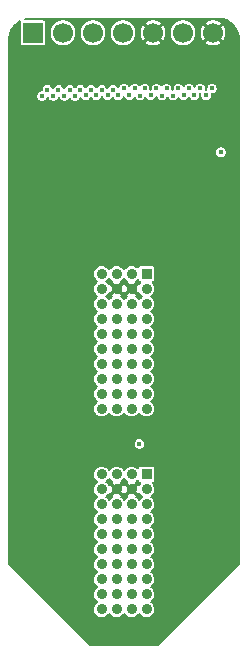
<source format=gbr>
%TF.GenerationSoftware,KiCad,Pcbnew,9.0.3*%
%TF.CreationDate,2025-09-30T16:22:14-04:00*%
%TF.ProjectId,eib-64-cnt-a64,6569622d-3634-42d6-936e-742d6136342e,A*%
%TF.SameCoordinates,Original*%
%TF.FileFunction,Copper,L3,Inr*%
%TF.FilePolarity,Positive*%
%FSLAX46Y46*%
G04 Gerber Fmt 4.6, Leading zero omitted, Abs format (unit mm)*
G04 Created by KiCad (PCBNEW 9.0.3) date 2025-09-30 16:22:14*
%MOMM*%
%LPD*%
G01*
G04 APERTURE LIST*
%TA.AperFunction,ComponentPad*%
%ADD10R,1.700000X1.700000*%
%TD*%
%TA.AperFunction,ComponentPad*%
%ADD11C,1.700000*%
%TD*%
%TA.AperFunction,ComponentPad*%
%ADD12R,0.910000X0.910000*%
%TD*%
%TA.AperFunction,ComponentPad*%
%ADD13C,0.910000*%
%TD*%
%TA.AperFunction,ViaPad*%
%ADD14C,0.400000*%
%TD*%
G04 APERTURE END LIST*
D10*
%TO.N,/K1*%
%TO.C,J4*%
X129300000Y-77900000D03*
D11*
%TO.N,/K0*%
X131840000Y-77900000D03*
%TO.N,/Vcoax*%
X134380000Y-77900000D03*
%TO.N,/Istim*%
X136920000Y-77900000D03*
%TO.N,GND*%
X139460000Y-77900000D03*
%TO.N,/Ref*%
X142000000Y-77900000D03*
%TO.N,GND*%
X144540000Y-77900000D03*
%TD*%
D12*
%TO.N,/Elec31*%
%TO.C,J2*%
X138905000Y-98285000D03*
D13*
%TO.N,/Elec30*%
X138905000Y-99555000D03*
%TO.N,/Elec29*%
X138905000Y-100825000D03*
%TO.N,/Elec28*%
X138905000Y-102095000D03*
%TO.N,/Elec27*%
X138905000Y-103365000D03*
%TO.N,/Elec25*%
X138905000Y-104635000D03*
%TO.N,/Elec23*%
X138905000Y-105905000D03*
%TO.N,/Elec21*%
X138905000Y-107175000D03*
%TO.N,/Elec19*%
X138905000Y-108445000D03*
%TO.N,/Elec17*%
X138905000Y-109715000D03*
%TO.N,/Ref*%
X137635000Y-98285000D03*
%TO.N,GND*%
X137635000Y-99555000D03*
%TO.N,unconnected-(J2-PadB3)*%
X137635000Y-100825000D03*
%TO.N,unconnected-(J2-PadB4)*%
X137635000Y-102095000D03*
%TO.N,/Elec26*%
X137635000Y-103365000D03*
%TO.N,/Elec24*%
X137635000Y-104635000D03*
%TO.N,/Elec22*%
X137635000Y-105905000D03*
%TO.N,/Elec20*%
X137635000Y-107175000D03*
%TO.N,/Elec18*%
X137635000Y-108445000D03*
%TO.N,/Elec16*%
X137635000Y-109715000D03*
%TO.N,/Ref*%
X136365000Y-98285000D03*
%TO.N,GND*%
X136365000Y-99555000D03*
%TO.N,unconnected-(J2-PadC3)*%
X136365000Y-100825000D03*
%TO.N,unconnected-(J2-PadC4)*%
X136365000Y-102095000D03*
%TO.N,/Elec37*%
X136365000Y-103365000D03*
%TO.N,/Elec39*%
X136365000Y-104635000D03*
%TO.N,/Elec41*%
X136365000Y-105905000D03*
%TO.N,/Elec43*%
X136365000Y-107175000D03*
%TO.N,/Elec45*%
X136365000Y-108445000D03*
%TO.N,/Elec47*%
X136365000Y-109715000D03*
%TO.N,/Elec32*%
X135095000Y-98285000D03*
%TO.N,/Elec33*%
X135095000Y-99555000D03*
%TO.N,/Elec34*%
X135095000Y-100825000D03*
%TO.N,/Elec35*%
X135095000Y-102095000D03*
%TO.N,/Elec36*%
X135095000Y-103365000D03*
%TO.N,/Elec38*%
X135095000Y-104635000D03*
%TO.N,/Elec40*%
X135095000Y-105905000D03*
%TO.N,/Elec42*%
X135095000Y-107175000D03*
%TO.N,/Elec44*%
X135095000Y-108445000D03*
%TO.N,/Elec46*%
X135095000Y-109715000D03*
%TD*%
D12*
%TO.N,/Elec15*%
%TO.C,J1*%
X138905000Y-115285000D03*
D13*
%TO.N,/Elec14*%
X138905000Y-116555000D03*
%TO.N,/Elec13*%
X138905000Y-117825000D03*
%TO.N,/Elec12*%
X138905000Y-119095000D03*
%TO.N,/Elec11*%
X138905000Y-120365000D03*
%TO.N,/Elec9*%
X138905000Y-121635000D03*
%TO.N,/Elec7*%
X138905000Y-122905000D03*
%TO.N,/Elec5*%
X138905000Y-124175000D03*
%TO.N,/Elec3*%
X138905000Y-125445000D03*
%TO.N,/Elec1*%
X138905000Y-126715000D03*
%TO.N,/Ref*%
X137635000Y-115285000D03*
%TO.N,GND*%
X137635000Y-116555000D03*
%TO.N,unconnected-(J1-PadB3)*%
X137635000Y-117825000D03*
%TO.N,unconnected-(J1-PadB4)*%
X137635000Y-119095000D03*
%TO.N,/Elec10*%
X137635000Y-120365000D03*
%TO.N,/Elec8*%
X137635000Y-121635000D03*
%TO.N,/Elec6*%
X137635000Y-122905000D03*
%TO.N,/Elec4*%
X137635000Y-124175000D03*
%TO.N,/Elec2*%
X137635000Y-125445000D03*
%TO.N,/Elec0*%
X137635000Y-126715000D03*
%TO.N,/Ref*%
X136365000Y-115285000D03*
%TO.N,GND*%
X136365000Y-116555000D03*
%TO.N,unconnected-(J1-PadC3)*%
X136365000Y-117825000D03*
%TO.N,unconnected-(J1-PadC4)*%
X136365000Y-119095000D03*
%TO.N,/Elec53*%
X136365000Y-120365000D03*
%TO.N,/Elec55*%
X136365000Y-121635000D03*
%TO.N,/Elec57*%
X136365000Y-122905000D03*
%TO.N,/Elec59*%
X136365000Y-124175000D03*
%TO.N,/Elec61*%
X136365000Y-125445000D03*
%TO.N,/Elec63*%
X136365000Y-126715000D03*
%TO.N,/Elec48*%
X135095000Y-115285000D03*
%TO.N,/Elec49*%
X135095000Y-116555000D03*
%TO.N,/Elec50*%
X135095000Y-117825000D03*
%TO.N,/Elec51*%
X135095000Y-119095000D03*
%TO.N,/Elec52*%
X135095000Y-120365000D03*
%TO.N,/Elec54*%
X135095000Y-121635000D03*
%TO.N,/Elec56*%
X135095000Y-122905000D03*
%TO.N,/Elec58*%
X135095000Y-124175000D03*
%TO.N,/Elec60*%
X135095000Y-125445000D03*
%TO.N,/Elec62*%
X135095000Y-126715000D03*
%TD*%
D14*
%TO.N,GND*%
X128972000Y-79777000D03*
X145460000Y-88892000D03*
%TO.N,/Istim*%
X145200000Y-88000000D03*
%TO.N,/Ref*%
X138300000Y-112700000D03*
%TO.N,/Elec0*%
X144450000Y-82600000D03*
%TO.N,/Elec1*%
X143950000Y-83200000D03*
%TO.N,/Elec2*%
X143450000Y-82600000D03*
%TO.N,/Elec3*%
X142950000Y-83200000D03*
%TO.N,/Elec4*%
X142500000Y-82600000D03*
%TO.N,/Elec5*%
X142050000Y-83200000D03*
%TO.N,/Elec6*%
X141600000Y-82600000D03*
%TO.N,/Elec7*%
X141160000Y-83210000D03*
%TO.N,/Elec8*%
X140600000Y-82600000D03*
%TO.N,/Elec9*%
X140220000Y-83210000D03*
%TO.N,/Elec10*%
X139750000Y-82600000D03*
%TO.N,/Elec11*%
X139250000Y-83200000D03*
%TO.N,/Elec12*%
X138750000Y-82600000D03*
%TO.N,/Elec13*%
X138350000Y-83210000D03*
%TO.N,/Elec14*%
X137900000Y-82600000D03*
%TO.N,/Elec15*%
X137450000Y-83200000D03*
%TO.N,/Elec48*%
X137005000Y-82600000D03*
%TO.N,/Elec49*%
X136505000Y-83200000D03*
%TO.N,/Elec50*%
X136055000Y-82700000D03*
%TO.N,/Elec51*%
X135605000Y-83200000D03*
%TO.N,/Elec52*%
X135105000Y-82700000D03*
%TO.N,/Elec53*%
X134655000Y-83200000D03*
%TO.N,/Elec54*%
X134205000Y-82700000D03*
%TO.N,/Elec55*%
X133755000Y-83200000D03*
%TO.N,/Elec56*%
X133305000Y-82700000D03*
%TO.N,/Elec57*%
X132850000Y-83250000D03*
%TO.N,/Elec58*%
X132400000Y-82700000D03*
%TO.N,/Elec59*%
X131950000Y-83250000D03*
%TO.N,/Elec60*%
X131450000Y-82700000D03*
%TO.N,/Elec61*%
X131000000Y-83250000D03*
%TO.N,/Elec62*%
X130500000Y-82700000D03*
%TO.N,/Elec63*%
X130050000Y-83250000D03*
%TO.N,GND*%
X137000000Y-128000000D03*
X131500000Y-81700000D03*
X129400000Y-84200000D03*
X137051000Y-86895000D03*
X130000000Y-80500000D03*
X137000000Y-96000000D03*
X144900000Y-85500000D03*
X139900000Y-128300000D03*
X137000000Y-95000000D03*
X134400000Y-81400000D03*
X136000000Y-113000000D03*
X139966520Y-81031721D03*
X131048296Y-126000000D03*
X137000000Y-111000000D03*
X144900000Y-83900000D03*
X129200000Y-86200000D03*
X144900000Y-86500000D03*
X129400000Y-87900000D03*
X134700000Y-111100000D03*
X145900000Y-122700000D03*
X129100000Y-89600000D03*
X134600000Y-128400000D03*
X144300000Y-80900000D03*
X142300000Y-81100000D03*
X129700000Y-82700000D03*
X145100000Y-82200000D03*
X127900000Y-88500000D03*
X136900000Y-81100000D03*
X128000000Y-92300000D03*
X139300000Y-113600000D03*
%TD*%
%TA.AperFunction,Conductor*%
%TO.N,GND*%
G36*
X136104082Y-116663076D02*
G01*
X136140944Y-116726924D01*
X136193076Y-116779056D01*
X136256924Y-116815918D01*
X136303683Y-116828447D01*
X136019934Y-117112195D01*
X136020421Y-117117135D01*
X136050612Y-117155432D01*
X136053014Y-117216570D01*
X136019022Y-117267444D01*
X136012733Y-117272013D01*
X135947143Y-117315839D01*
X135855839Y-117407143D01*
X135812315Y-117472282D01*
X135764265Y-117510161D01*
X135703127Y-117512563D01*
X135652253Y-117478570D01*
X135647685Y-117472282D01*
X135604160Y-117407143D01*
X135512857Y-117315840D01*
X135512856Y-117315839D01*
X135447716Y-117272314D01*
X135409838Y-117224266D01*
X135407436Y-117163128D01*
X135441428Y-117112254D01*
X135447702Y-117107695D01*
X135512857Y-117064160D01*
X135604160Y-116972857D01*
X135647987Y-116907265D01*
X135696034Y-116869388D01*
X135757172Y-116866986D01*
X135806484Y-116899934D01*
X135807802Y-116900064D01*
X136091552Y-116616314D01*
X136104082Y-116663076D01*
G37*
%TD.AperFunction*%
%TA.AperFunction,Conductor*%
G36*
X137374082Y-116663076D02*
G01*
X137410944Y-116726924D01*
X137463076Y-116779056D01*
X137526924Y-116815918D01*
X137573683Y-116828447D01*
X137289934Y-117112195D01*
X137290421Y-117117135D01*
X137320612Y-117155432D01*
X137323014Y-117216570D01*
X137289022Y-117267444D01*
X137282733Y-117272013D01*
X137217143Y-117315839D01*
X137125839Y-117407143D01*
X137082315Y-117472282D01*
X137034265Y-117510161D01*
X136973127Y-117512563D01*
X136922253Y-117478570D01*
X136917685Y-117472282D01*
X136874160Y-117407143D01*
X136782856Y-117315839D01*
X136717266Y-117272013D01*
X136679387Y-117223963D01*
X136676985Y-117162825D01*
X136709934Y-117113513D01*
X136710063Y-117112196D01*
X136426314Y-116828447D01*
X136473076Y-116815918D01*
X136536924Y-116779056D01*
X136589056Y-116726924D01*
X136625918Y-116663076D01*
X136638447Y-116616314D01*
X136922196Y-116900063D01*
X136926827Y-116899607D01*
X136965735Y-116868936D01*
X137026874Y-116866536D01*
X137076921Y-116899977D01*
X137077802Y-116900064D01*
X137361552Y-116616314D01*
X137374082Y-116663076D01*
G37*
%TD.AperFunction*%
%TA.AperFunction,Conductor*%
G36*
X138192196Y-116900063D02*
G01*
X138197135Y-116899577D01*
X138235434Y-116869387D01*
X138296572Y-116866985D01*
X138347445Y-116900979D01*
X138352013Y-116907266D01*
X138395839Y-116972856D01*
X138487143Y-117064160D01*
X138552282Y-117107685D01*
X138590161Y-117155735D01*
X138592563Y-117216873D01*
X138558570Y-117267747D01*
X138552282Y-117272315D01*
X138487143Y-117315839D01*
X138395839Y-117407143D01*
X138352315Y-117472282D01*
X138304265Y-117510161D01*
X138243127Y-117512563D01*
X138192253Y-117478570D01*
X138187685Y-117472282D01*
X138144160Y-117407143D01*
X138052856Y-117315839D01*
X137987266Y-117272013D01*
X137949387Y-117223963D01*
X137946985Y-117162825D01*
X137979934Y-117113513D01*
X137980063Y-117112196D01*
X137696314Y-116828447D01*
X137743076Y-116815918D01*
X137806924Y-116779056D01*
X137859056Y-116726924D01*
X137895918Y-116663076D01*
X137908447Y-116616314D01*
X138192196Y-116900063D01*
G37*
%TD.AperFunction*%
%TA.AperFunction,Conductor*%
G36*
X135807746Y-115631428D02*
G01*
X135812304Y-115637702D01*
X135855839Y-115702856D01*
X135855840Y-115702857D01*
X135947143Y-115794160D01*
X136012731Y-115837985D01*
X136050610Y-115886035D01*
X136053012Y-115947173D01*
X136020065Y-115996481D01*
X136019935Y-115997802D01*
X136303685Y-116281552D01*
X136256924Y-116294082D01*
X136193076Y-116330944D01*
X136140944Y-116383076D01*
X136104082Y-116446924D01*
X136091552Y-116493685D01*
X135807802Y-116209935D01*
X135802859Y-116210421D01*
X135764564Y-116240610D01*
X135703426Y-116243012D01*
X135652553Y-116209018D01*
X135647985Y-116202731D01*
X135604160Y-116137143D01*
X135512857Y-116045840D01*
X135493157Y-116032677D01*
X135447716Y-116002314D01*
X135409838Y-115954266D01*
X135407436Y-115893128D01*
X135441428Y-115842254D01*
X135447702Y-115837695D01*
X135512857Y-115794160D01*
X135604160Y-115702857D01*
X135647685Y-115637716D01*
X135695734Y-115599838D01*
X135756872Y-115597436D01*
X135807746Y-115631428D01*
G37*
%TD.AperFunction*%
%TA.AperFunction,Conductor*%
G36*
X137030229Y-115599679D02*
G01*
X137034266Y-115599838D01*
X137055386Y-115616488D01*
X137077746Y-115631428D01*
X137082304Y-115637702D01*
X137125839Y-115702856D01*
X137125840Y-115702857D01*
X137217143Y-115794160D01*
X137282731Y-115837985D01*
X137320610Y-115886035D01*
X137323012Y-115947173D01*
X137290065Y-115996481D01*
X137289935Y-115997802D01*
X137573685Y-116281552D01*
X137526924Y-116294082D01*
X137463076Y-116330944D01*
X137410944Y-116383076D01*
X137374082Y-116446924D01*
X137361552Y-116493685D01*
X137077802Y-116209935D01*
X137073168Y-116210391D01*
X137034264Y-116241061D01*
X136973126Y-116243463D01*
X136923077Y-116210021D01*
X136922195Y-116209934D01*
X136638447Y-116493683D01*
X136625918Y-116446924D01*
X136589056Y-116383076D01*
X136536924Y-116330944D01*
X136473076Y-116294082D01*
X136426314Y-116281552D01*
X136710064Y-115997802D01*
X136709577Y-115992861D01*
X136679388Y-115954565D01*
X136676986Y-115893427D01*
X136710979Y-115842553D01*
X136717240Y-115838003D01*
X136782857Y-115794160D01*
X136874160Y-115702857D01*
X136917685Y-115637716D01*
X136920855Y-115635217D01*
X136922254Y-115631428D01*
X136944613Y-115616488D01*
X136965734Y-115599838D01*
X136969770Y-115599679D01*
X136973128Y-115597436D01*
X137000000Y-115598491D01*
X137026872Y-115597436D01*
X137030229Y-115599679D01*
G37*
%TD.AperFunction*%
%TA.AperFunction,Conductor*%
G36*
X138181639Y-115733246D02*
G01*
X138206564Y-115737194D01*
X138210675Y-115741305D01*
X138216279Y-115742861D01*
X138231984Y-115762614D01*
X138249829Y-115780458D01*
X138252657Y-115788614D01*
X138254358Y-115790753D01*
X138254495Y-115793913D01*
X138258717Y-115806087D01*
X138261132Y-115818228D01*
X138261134Y-115818233D01*
X138292983Y-115865897D01*
X138305448Y-115884552D01*
X138371769Y-115928867D01*
X138383911Y-115931282D01*
X138391058Y-115935285D01*
X138399247Y-115935641D01*
X138417241Y-115949948D01*
X138437293Y-115961178D01*
X138440723Y-115968618D01*
X138447139Y-115973720D01*
X138453286Y-115995871D01*
X138462909Y-116016743D01*
X138461310Y-116024780D01*
X138463502Y-116032677D01*
X138456633Y-116048290D01*
X138450972Y-116076753D01*
X138442086Y-116089992D01*
X138438574Y-116094408D01*
X138395840Y-116137143D01*
X138349741Y-116206134D01*
X138347189Y-116209344D01*
X138324928Y-116224084D01*
X138303963Y-116240612D01*
X138299717Y-116240778D01*
X138296174Y-116243125D01*
X138269499Y-116241965D01*
X138242824Y-116243014D01*
X138239291Y-116240653D01*
X138235046Y-116240469D01*
X138214142Y-116223848D01*
X138193513Y-116210064D01*
X138192195Y-116209934D01*
X137908447Y-116493683D01*
X137895918Y-116446924D01*
X137859056Y-116383076D01*
X137806924Y-116330944D01*
X137743076Y-116294082D01*
X137696314Y-116281552D01*
X137980064Y-115997802D01*
X137979577Y-115992861D01*
X137968455Y-115978751D01*
X137949531Y-115954951D01*
X137949521Y-115954734D01*
X137949388Y-115954565D01*
X137948196Y-115924238D01*
X137946875Y-115893824D01*
X137946995Y-115893658D01*
X137946986Y-115893427D01*
X137980656Y-115842809D01*
X137983850Y-115840269D01*
X138052857Y-115794160D01*
X138095599Y-115751417D01*
X138100007Y-115747913D01*
X138123648Y-115739079D01*
X138146132Y-115727623D01*
X138151874Y-115728532D01*
X138157322Y-115726497D01*
X138181639Y-115733246D01*
G37*
%TD.AperFunction*%
%TA.AperFunction,Conductor*%
G36*
X136104082Y-99663076D02*
G01*
X136140944Y-99726924D01*
X136193076Y-99779056D01*
X136256924Y-99815918D01*
X136303683Y-99828447D01*
X136019934Y-100112195D01*
X136020421Y-100117135D01*
X136050612Y-100155432D01*
X136053014Y-100216570D01*
X136019022Y-100267444D01*
X136012733Y-100272013D01*
X135947143Y-100315839D01*
X135855839Y-100407143D01*
X135812315Y-100472282D01*
X135764265Y-100510161D01*
X135703127Y-100512563D01*
X135652253Y-100478570D01*
X135647685Y-100472282D01*
X135604160Y-100407143D01*
X135512857Y-100315840D01*
X135512856Y-100315839D01*
X135447716Y-100272314D01*
X135409838Y-100224266D01*
X135407436Y-100163128D01*
X135441428Y-100112254D01*
X135447702Y-100107695D01*
X135512857Y-100064160D01*
X135604160Y-99972857D01*
X135647987Y-99907265D01*
X135696034Y-99869388D01*
X135757172Y-99866986D01*
X135806484Y-99899934D01*
X135807802Y-99900064D01*
X136091552Y-99616314D01*
X136104082Y-99663076D01*
G37*
%TD.AperFunction*%
%TA.AperFunction,Conductor*%
G36*
X137374082Y-99663076D02*
G01*
X137410944Y-99726924D01*
X137463076Y-99779056D01*
X137526924Y-99815918D01*
X137573683Y-99828447D01*
X137289934Y-100112195D01*
X137290421Y-100117135D01*
X137320612Y-100155432D01*
X137323014Y-100216570D01*
X137289022Y-100267444D01*
X137282733Y-100272013D01*
X137217143Y-100315839D01*
X137125839Y-100407143D01*
X137082315Y-100472282D01*
X137034265Y-100510161D01*
X136973127Y-100512563D01*
X136922253Y-100478570D01*
X136917685Y-100472282D01*
X136874160Y-100407143D01*
X136782856Y-100315839D01*
X136717266Y-100272013D01*
X136679387Y-100223963D01*
X136676985Y-100162825D01*
X136709934Y-100113513D01*
X136710063Y-100112196D01*
X136426314Y-99828447D01*
X136473076Y-99815918D01*
X136536924Y-99779056D01*
X136589056Y-99726924D01*
X136625918Y-99663076D01*
X136638447Y-99616314D01*
X136922196Y-99900063D01*
X136926827Y-99899607D01*
X136965735Y-99868936D01*
X137026874Y-99866536D01*
X137076921Y-99899977D01*
X137077802Y-99900064D01*
X137361552Y-99616314D01*
X137374082Y-99663076D01*
G37*
%TD.AperFunction*%
%TA.AperFunction,Conductor*%
G36*
X138192196Y-99900063D02*
G01*
X138197135Y-99899577D01*
X138235434Y-99869387D01*
X138296572Y-99866985D01*
X138347445Y-99900979D01*
X138352013Y-99907266D01*
X138395839Y-99972856D01*
X138487143Y-100064160D01*
X138552282Y-100107685D01*
X138590161Y-100155735D01*
X138592563Y-100216873D01*
X138558570Y-100267747D01*
X138552282Y-100272315D01*
X138487143Y-100315839D01*
X138395839Y-100407143D01*
X138352315Y-100472282D01*
X138304265Y-100510161D01*
X138243127Y-100512563D01*
X138192253Y-100478570D01*
X138187685Y-100472282D01*
X138144160Y-100407143D01*
X138052856Y-100315839D01*
X137987266Y-100272013D01*
X137949387Y-100223963D01*
X137946985Y-100162825D01*
X137979934Y-100113513D01*
X137980063Y-100112196D01*
X137696314Y-99828447D01*
X137743076Y-99815918D01*
X137806924Y-99779056D01*
X137859056Y-99726924D01*
X137895918Y-99663076D01*
X137908447Y-99616314D01*
X138192196Y-99900063D01*
G37*
%TD.AperFunction*%
%TA.AperFunction,Conductor*%
G36*
X135807746Y-98631428D02*
G01*
X135812304Y-98637702D01*
X135855839Y-98702856D01*
X135855840Y-98702857D01*
X135947143Y-98794160D01*
X136012731Y-98837985D01*
X136050610Y-98886035D01*
X136053012Y-98947173D01*
X136020065Y-98996481D01*
X136019935Y-98997802D01*
X136303685Y-99281552D01*
X136256924Y-99294082D01*
X136193076Y-99330944D01*
X136140944Y-99383076D01*
X136104082Y-99446924D01*
X136091552Y-99493685D01*
X135807802Y-99209935D01*
X135802859Y-99210421D01*
X135764564Y-99240610D01*
X135703426Y-99243012D01*
X135652553Y-99209018D01*
X135647985Y-99202731D01*
X135604160Y-99137143D01*
X135512857Y-99045840D01*
X135493157Y-99032677D01*
X135447716Y-99002314D01*
X135409838Y-98954266D01*
X135407436Y-98893128D01*
X135441428Y-98842254D01*
X135447702Y-98837695D01*
X135512857Y-98794160D01*
X135604160Y-98702857D01*
X135647685Y-98637716D01*
X135695734Y-98599838D01*
X135756872Y-98597436D01*
X135807746Y-98631428D01*
G37*
%TD.AperFunction*%
%TA.AperFunction,Conductor*%
G36*
X137030229Y-98599679D02*
G01*
X137034266Y-98599838D01*
X137055386Y-98616488D01*
X137077746Y-98631428D01*
X137082304Y-98637702D01*
X137125839Y-98702856D01*
X137125840Y-98702857D01*
X137217143Y-98794160D01*
X137282731Y-98837985D01*
X137320610Y-98886035D01*
X137323012Y-98947173D01*
X137290065Y-98996481D01*
X137289935Y-98997802D01*
X137573685Y-99281552D01*
X137526924Y-99294082D01*
X137463076Y-99330944D01*
X137410944Y-99383076D01*
X137374082Y-99446924D01*
X137361552Y-99493685D01*
X137077802Y-99209935D01*
X137073168Y-99210391D01*
X137034264Y-99241061D01*
X136973126Y-99243463D01*
X136923077Y-99210021D01*
X136922195Y-99209934D01*
X136638447Y-99493683D01*
X136625918Y-99446924D01*
X136589056Y-99383076D01*
X136536924Y-99330944D01*
X136473076Y-99294082D01*
X136426314Y-99281552D01*
X136710064Y-98997802D01*
X136709577Y-98992861D01*
X136679388Y-98954565D01*
X136676986Y-98893427D01*
X136710979Y-98842553D01*
X136717240Y-98838003D01*
X136782857Y-98794160D01*
X136874160Y-98702857D01*
X136917685Y-98637716D01*
X136920855Y-98635217D01*
X136922254Y-98631428D01*
X136944613Y-98616488D01*
X136965734Y-98599838D01*
X136969770Y-98599679D01*
X136973128Y-98597436D01*
X137000000Y-98598491D01*
X137026872Y-98597436D01*
X137030229Y-98599679D01*
G37*
%TD.AperFunction*%
%TA.AperFunction,Conductor*%
G36*
X138181639Y-98733246D02*
G01*
X138206564Y-98737194D01*
X138210675Y-98741305D01*
X138216279Y-98742861D01*
X138231984Y-98762614D01*
X138249829Y-98780458D01*
X138252657Y-98788614D01*
X138254358Y-98790753D01*
X138254495Y-98793913D01*
X138258717Y-98806087D01*
X138261132Y-98818228D01*
X138261134Y-98818233D01*
X138292983Y-98865897D01*
X138305448Y-98884552D01*
X138371769Y-98928867D01*
X138383911Y-98931282D01*
X138391058Y-98935285D01*
X138399247Y-98935641D01*
X138417241Y-98949948D01*
X138437293Y-98961178D01*
X138440723Y-98968618D01*
X138447139Y-98973720D01*
X138453286Y-98995871D01*
X138462909Y-99016743D01*
X138461310Y-99024780D01*
X138463502Y-99032677D01*
X138456633Y-99048290D01*
X138450972Y-99076753D01*
X138442086Y-99089992D01*
X138438574Y-99094408D01*
X138395840Y-99137143D01*
X138349741Y-99206134D01*
X138347189Y-99209344D01*
X138324928Y-99224084D01*
X138303963Y-99240612D01*
X138299717Y-99240778D01*
X138296174Y-99243125D01*
X138269499Y-99241965D01*
X138242824Y-99243014D01*
X138239291Y-99240653D01*
X138235046Y-99240469D01*
X138214142Y-99223848D01*
X138193513Y-99210064D01*
X138192195Y-99209934D01*
X137908447Y-99493683D01*
X137895918Y-99446924D01*
X137859056Y-99383076D01*
X137806924Y-99330944D01*
X137743076Y-99294082D01*
X137696314Y-99281552D01*
X137980064Y-98997802D01*
X137979577Y-98992861D01*
X137968455Y-98978751D01*
X137949531Y-98954951D01*
X137949521Y-98954734D01*
X137949388Y-98954565D01*
X137948196Y-98924238D01*
X137946875Y-98893824D01*
X137946995Y-98893658D01*
X137946986Y-98893427D01*
X137980656Y-98842809D01*
X137983850Y-98840269D01*
X138052857Y-98794160D01*
X138095599Y-98751417D01*
X138100007Y-98747913D01*
X138123648Y-98739079D01*
X138146132Y-98727623D01*
X138151874Y-98728532D01*
X138157322Y-98726497D01*
X138181639Y-98733246D01*
G37*
%TD.AperFunction*%
%TA.AperFunction,Conductor*%
G36*
X145003234Y-76614926D02*
G01*
X145228409Y-76629684D01*
X145241237Y-76631373D01*
X145459384Y-76674766D01*
X145471888Y-76678117D01*
X145682497Y-76749609D01*
X145694449Y-76754559D01*
X145893937Y-76852937D01*
X145905132Y-76859400D01*
X145974052Y-76905451D01*
X146090063Y-76982968D01*
X146100337Y-76990851D01*
X146267558Y-77137501D01*
X146276714Y-77146658D01*
X146423352Y-77313866D01*
X146431236Y-77324140D01*
X146554799Y-77509068D01*
X146561274Y-77520283D01*
X146659643Y-77719759D01*
X146664598Y-77731723D01*
X146736086Y-77942322D01*
X146739438Y-77954831D01*
X146782827Y-78172968D01*
X146784517Y-78185807D01*
X146799288Y-78411197D01*
X146799500Y-78417671D01*
X146799500Y-122875942D01*
X146780593Y-122934133D01*
X146770504Y-122945946D01*
X139945946Y-129770504D01*
X139891429Y-129798281D01*
X139875942Y-129799500D01*
X134124058Y-129799500D01*
X134065867Y-129780593D01*
X134054054Y-129770504D01*
X127229496Y-122945946D01*
X127201719Y-122891429D01*
X127200500Y-122875942D01*
X127200500Y-115220436D01*
X134439500Y-115220436D01*
X134439500Y-115349563D01*
X134464690Y-115476201D01*
X134464690Y-115476203D01*
X134514101Y-115595493D01*
X134514101Y-115595494D01*
X134585839Y-115702856D01*
X134677143Y-115794160D01*
X134742282Y-115837685D01*
X134780161Y-115885735D01*
X134782563Y-115946873D01*
X134748570Y-115997747D01*
X134742282Y-116002315D01*
X134677143Y-116045839D01*
X134585839Y-116137143D01*
X134514101Y-116244505D01*
X134514101Y-116244506D01*
X134464690Y-116363796D01*
X134464690Y-116363798D01*
X134439500Y-116490436D01*
X134439500Y-116619563D01*
X134456293Y-116703988D01*
X134460855Y-116726924D01*
X134464690Y-116746201D01*
X134464690Y-116746203D01*
X134514101Y-116865493D01*
X134514101Y-116865494D01*
X134585839Y-116972856D01*
X134677143Y-117064160D01*
X134742282Y-117107685D01*
X134780161Y-117155735D01*
X134782563Y-117216873D01*
X134748570Y-117267747D01*
X134742282Y-117272315D01*
X134677143Y-117315839D01*
X134585839Y-117407143D01*
X134514101Y-117514505D01*
X134514101Y-117514506D01*
X134464690Y-117633796D01*
X134464690Y-117633798D01*
X134439500Y-117760436D01*
X134439500Y-117889563D01*
X134464690Y-118016201D01*
X134464690Y-118016203D01*
X134514101Y-118135493D01*
X134514101Y-118135494D01*
X134585839Y-118242856D01*
X134677143Y-118334160D01*
X134742282Y-118377685D01*
X134780161Y-118425735D01*
X134782563Y-118486873D01*
X134748570Y-118537747D01*
X134742282Y-118542315D01*
X134677143Y-118585839D01*
X134585839Y-118677143D01*
X134514101Y-118784505D01*
X134514101Y-118784506D01*
X134464690Y-118903796D01*
X134464690Y-118903798D01*
X134439500Y-119030436D01*
X134439500Y-119159563D01*
X134464690Y-119286201D01*
X134464690Y-119286203D01*
X134514101Y-119405493D01*
X134514101Y-119405494D01*
X134585839Y-119512856D01*
X134677143Y-119604160D01*
X134742282Y-119647685D01*
X134780161Y-119695735D01*
X134782563Y-119756873D01*
X134748570Y-119807747D01*
X134742282Y-119812315D01*
X134677143Y-119855839D01*
X134585839Y-119947143D01*
X134514101Y-120054505D01*
X134514101Y-120054506D01*
X134464690Y-120173796D01*
X134464690Y-120173798D01*
X134439500Y-120300436D01*
X134439500Y-120429563D01*
X134464690Y-120556201D01*
X134464690Y-120556203D01*
X134514101Y-120675493D01*
X134514101Y-120675494D01*
X134585839Y-120782856D01*
X134677143Y-120874160D01*
X134742282Y-120917685D01*
X134780161Y-120965735D01*
X134782563Y-121026873D01*
X134748570Y-121077747D01*
X134742282Y-121082315D01*
X134677143Y-121125839D01*
X134585839Y-121217143D01*
X134514101Y-121324505D01*
X134514101Y-121324506D01*
X134464690Y-121443796D01*
X134464690Y-121443798D01*
X134439500Y-121570436D01*
X134439500Y-121699563D01*
X134464690Y-121826201D01*
X134464690Y-121826203D01*
X134514101Y-121945493D01*
X134514101Y-121945494D01*
X134585839Y-122052856D01*
X134677143Y-122144160D01*
X134742282Y-122187685D01*
X134780161Y-122235735D01*
X134782563Y-122296873D01*
X134748570Y-122347747D01*
X134742282Y-122352315D01*
X134677143Y-122395839D01*
X134585839Y-122487143D01*
X134514101Y-122594505D01*
X134514101Y-122594506D01*
X134464690Y-122713796D01*
X134464690Y-122713798D01*
X134439500Y-122840436D01*
X134439500Y-122969563D01*
X134464690Y-123096201D01*
X134464690Y-123096203D01*
X134514101Y-123215493D01*
X134514101Y-123215494D01*
X134585839Y-123322856D01*
X134677143Y-123414160D01*
X134742282Y-123457685D01*
X134780161Y-123505735D01*
X134782563Y-123566873D01*
X134748570Y-123617747D01*
X134742282Y-123622315D01*
X134677143Y-123665839D01*
X134585839Y-123757143D01*
X134514101Y-123864505D01*
X134514101Y-123864506D01*
X134464690Y-123983796D01*
X134464690Y-123983798D01*
X134439500Y-124110436D01*
X134439500Y-124239563D01*
X134464690Y-124366201D01*
X134464690Y-124366203D01*
X134514101Y-124485493D01*
X134514101Y-124485494D01*
X134585839Y-124592856D01*
X134677143Y-124684160D01*
X134742282Y-124727685D01*
X134780161Y-124775735D01*
X134782563Y-124836873D01*
X134748570Y-124887747D01*
X134742282Y-124892315D01*
X134677143Y-124935839D01*
X134585839Y-125027143D01*
X134514101Y-125134505D01*
X134514101Y-125134506D01*
X134464690Y-125253796D01*
X134464690Y-125253798D01*
X134439500Y-125380436D01*
X134439500Y-125509563D01*
X134464690Y-125636201D01*
X134464690Y-125636203D01*
X134514101Y-125755493D01*
X134514101Y-125755494D01*
X134585839Y-125862856D01*
X134677143Y-125954160D01*
X134742282Y-125997685D01*
X134780161Y-126045735D01*
X134782563Y-126106873D01*
X134748570Y-126157747D01*
X134742282Y-126162315D01*
X134677143Y-126205839D01*
X134585839Y-126297143D01*
X134514101Y-126404505D01*
X134514101Y-126404506D01*
X134464690Y-126523796D01*
X134464690Y-126523798D01*
X134439500Y-126650436D01*
X134439500Y-126779563D01*
X134464690Y-126906201D01*
X134464690Y-126906203D01*
X134514101Y-127025493D01*
X134514101Y-127025494D01*
X134515399Y-127027436D01*
X134585840Y-127132857D01*
X134677143Y-127224160D01*
X134784504Y-127295897D01*
X134903798Y-127345310D01*
X135030439Y-127370500D01*
X135030440Y-127370500D01*
X135159560Y-127370500D01*
X135159561Y-127370500D01*
X135286202Y-127345310D01*
X135405496Y-127295897D01*
X135512857Y-127224160D01*
X135604160Y-127132857D01*
X135647685Y-127067716D01*
X135695734Y-127029838D01*
X135756872Y-127027436D01*
X135807746Y-127061428D01*
X135812304Y-127067702D01*
X135855840Y-127132857D01*
X135947143Y-127224160D01*
X136054504Y-127295897D01*
X136173798Y-127345310D01*
X136300439Y-127370500D01*
X136300440Y-127370500D01*
X136429560Y-127370500D01*
X136429561Y-127370500D01*
X136556202Y-127345310D01*
X136675496Y-127295897D01*
X136782857Y-127224160D01*
X136874160Y-127132857D01*
X136917685Y-127067716D01*
X136965734Y-127029838D01*
X137026872Y-127027436D01*
X137077746Y-127061428D01*
X137082304Y-127067702D01*
X137125840Y-127132857D01*
X137217143Y-127224160D01*
X137324504Y-127295897D01*
X137443798Y-127345310D01*
X137570439Y-127370500D01*
X137570440Y-127370500D01*
X137699560Y-127370500D01*
X137699561Y-127370500D01*
X137826202Y-127345310D01*
X137945496Y-127295897D01*
X138052857Y-127224160D01*
X138144160Y-127132857D01*
X138187685Y-127067716D01*
X138235734Y-127029838D01*
X138296872Y-127027436D01*
X138347746Y-127061428D01*
X138352304Y-127067702D01*
X138395840Y-127132857D01*
X138487143Y-127224160D01*
X138594504Y-127295897D01*
X138713798Y-127345310D01*
X138840439Y-127370500D01*
X138840440Y-127370500D01*
X138969560Y-127370500D01*
X138969561Y-127370500D01*
X139096202Y-127345310D01*
X139215496Y-127295897D01*
X139322857Y-127224160D01*
X139414160Y-127132857D01*
X139485897Y-127025496D01*
X139535310Y-126906202D01*
X139560500Y-126779561D01*
X139560500Y-126650439D01*
X139535310Y-126523798D01*
X139485898Y-126404506D01*
X139485898Y-126404505D01*
X139414160Y-126297143D01*
X139322857Y-126205840D01*
X139322856Y-126205839D01*
X139257716Y-126162314D01*
X139219838Y-126114266D01*
X139217436Y-126053128D01*
X139251428Y-126002254D01*
X139257702Y-125997695D01*
X139322857Y-125954160D01*
X139414160Y-125862857D01*
X139485897Y-125755496D01*
X139535310Y-125636202D01*
X139560500Y-125509561D01*
X139560500Y-125380439D01*
X139535310Y-125253798D01*
X139485898Y-125134506D01*
X139485898Y-125134505D01*
X139414160Y-125027143D01*
X139322857Y-124935840D01*
X139322856Y-124935839D01*
X139257716Y-124892314D01*
X139219838Y-124844266D01*
X139217436Y-124783128D01*
X139251428Y-124732254D01*
X139257702Y-124727695D01*
X139322857Y-124684160D01*
X139414160Y-124592857D01*
X139485897Y-124485496D01*
X139535310Y-124366202D01*
X139560500Y-124239561D01*
X139560500Y-124110439D01*
X139535310Y-123983798D01*
X139485898Y-123864506D01*
X139485898Y-123864505D01*
X139414160Y-123757143D01*
X139322857Y-123665840D01*
X139322856Y-123665839D01*
X139257716Y-123622314D01*
X139219838Y-123574266D01*
X139217436Y-123513128D01*
X139251428Y-123462254D01*
X139257702Y-123457695D01*
X139322857Y-123414160D01*
X139414160Y-123322857D01*
X139485897Y-123215496D01*
X139535310Y-123096202D01*
X139560500Y-122969561D01*
X139560500Y-122840439D01*
X139535310Y-122713798D01*
X139485898Y-122594506D01*
X139485898Y-122594505D01*
X139414160Y-122487143D01*
X139322857Y-122395840D01*
X139322856Y-122395839D01*
X139257716Y-122352314D01*
X139219838Y-122304266D01*
X139217436Y-122243128D01*
X139251428Y-122192254D01*
X139257702Y-122187695D01*
X139322857Y-122144160D01*
X139414160Y-122052857D01*
X139485897Y-121945496D01*
X139535310Y-121826202D01*
X139560500Y-121699561D01*
X139560500Y-121570439D01*
X139535310Y-121443798D01*
X139485898Y-121324506D01*
X139485898Y-121324505D01*
X139414160Y-121217143D01*
X139322857Y-121125840D01*
X139322856Y-121125839D01*
X139257716Y-121082314D01*
X139219838Y-121034266D01*
X139217436Y-120973128D01*
X139251428Y-120922254D01*
X139257702Y-120917695D01*
X139322857Y-120874160D01*
X139414160Y-120782857D01*
X139485897Y-120675496D01*
X139535310Y-120556202D01*
X139560500Y-120429561D01*
X139560500Y-120300439D01*
X139535310Y-120173798D01*
X139485898Y-120054506D01*
X139485898Y-120054505D01*
X139414160Y-119947143D01*
X139322857Y-119855840D01*
X139322856Y-119855839D01*
X139257716Y-119812314D01*
X139219838Y-119764266D01*
X139217436Y-119703128D01*
X139251428Y-119652254D01*
X139257702Y-119647695D01*
X139322857Y-119604160D01*
X139414160Y-119512857D01*
X139485897Y-119405496D01*
X139535310Y-119286202D01*
X139560500Y-119159561D01*
X139560500Y-119030439D01*
X139535310Y-118903798D01*
X139485898Y-118784506D01*
X139485898Y-118784505D01*
X139414160Y-118677143D01*
X139322857Y-118585840D01*
X139322856Y-118585839D01*
X139257716Y-118542314D01*
X139219838Y-118494266D01*
X139217436Y-118433128D01*
X139251428Y-118382254D01*
X139257702Y-118377695D01*
X139322857Y-118334160D01*
X139414160Y-118242857D01*
X139485897Y-118135496D01*
X139535310Y-118016202D01*
X139560500Y-117889561D01*
X139560500Y-117760439D01*
X139535310Y-117633798D01*
X139485898Y-117514506D01*
X139485898Y-117514505D01*
X139414160Y-117407143D01*
X139322857Y-117315840D01*
X139322856Y-117315839D01*
X139257716Y-117272314D01*
X139219838Y-117224266D01*
X139217436Y-117163128D01*
X139251428Y-117112254D01*
X139257702Y-117107695D01*
X139322857Y-117064160D01*
X139414160Y-116972857D01*
X139485897Y-116865496D01*
X139535310Y-116746202D01*
X139560500Y-116619561D01*
X139560500Y-116490439D01*
X139535310Y-116363798D01*
X139485898Y-116244506D01*
X139485898Y-116244505D01*
X139414160Y-116137143D01*
X139375400Y-116098383D01*
X139347623Y-116043866D01*
X139357194Y-115983434D01*
X139400459Y-115940169D01*
X139426085Y-115931282D01*
X139438231Y-115928867D01*
X139504552Y-115884552D01*
X139548867Y-115818231D01*
X139560500Y-115759748D01*
X139560500Y-114810252D01*
X139548867Y-114751769D01*
X139504552Y-114685448D01*
X139504548Y-114685445D01*
X139438233Y-114641134D01*
X139438231Y-114641133D01*
X139438228Y-114641132D01*
X139438227Y-114641132D01*
X139379758Y-114629501D01*
X139379748Y-114629500D01*
X138430252Y-114629500D01*
X138430251Y-114629500D01*
X138430241Y-114629501D01*
X138371772Y-114641132D01*
X138371766Y-114641134D01*
X138305451Y-114685445D01*
X138305445Y-114685451D01*
X138261134Y-114751766D01*
X138261132Y-114751771D01*
X138258717Y-114763913D01*
X138228818Y-114817296D01*
X138173252Y-114842909D01*
X138113243Y-114830970D01*
X138091616Y-114814599D01*
X138052856Y-114775839D01*
X137945493Y-114704101D01*
X137826202Y-114654690D01*
X137699563Y-114629500D01*
X137699561Y-114629500D01*
X137570439Y-114629500D01*
X137570436Y-114629500D01*
X137443798Y-114654690D01*
X137443796Y-114654690D01*
X137324506Y-114704101D01*
X137324505Y-114704101D01*
X137217143Y-114775839D01*
X137125839Y-114867143D01*
X137082315Y-114932282D01*
X137034265Y-114970161D01*
X136973127Y-114972563D01*
X136922253Y-114938570D01*
X136917685Y-114932282D01*
X136874160Y-114867143D01*
X136782856Y-114775839D01*
X136675493Y-114704101D01*
X136556202Y-114654690D01*
X136429563Y-114629500D01*
X136429561Y-114629500D01*
X136300439Y-114629500D01*
X136300436Y-114629500D01*
X136173798Y-114654690D01*
X136173796Y-114654690D01*
X136054506Y-114704101D01*
X136054505Y-114704101D01*
X135947143Y-114775839D01*
X135855839Y-114867143D01*
X135812315Y-114932282D01*
X135764265Y-114970161D01*
X135703127Y-114972563D01*
X135652253Y-114938570D01*
X135647685Y-114932282D01*
X135604160Y-114867143D01*
X135512856Y-114775839D01*
X135405493Y-114704101D01*
X135286202Y-114654690D01*
X135159563Y-114629500D01*
X135159561Y-114629500D01*
X135030439Y-114629500D01*
X135030436Y-114629500D01*
X134903798Y-114654690D01*
X134903796Y-114654690D01*
X134784506Y-114704101D01*
X134784505Y-114704101D01*
X134677143Y-114775839D01*
X134585839Y-114867143D01*
X134514101Y-114974505D01*
X134514101Y-114974506D01*
X134464690Y-115093796D01*
X134464690Y-115093798D01*
X134439500Y-115220436D01*
X127200500Y-115220436D01*
X127200500Y-112647273D01*
X137899500Y-112647273D01*
X137899500Y-112752727D01*
X137926793Y-112854587D01*
X137926794Y-112854589D01*
X137926794Y-112854590D01*
X137979518Y-112945910D01*
X137979520Y-112945913D01*
X138054087Y-113020480D01*
X138145413Y-113073207D01*
X138247273Y-113100500D01*
X138247275Y-113100500D01*
X138352725Y-113100500D01*
X138352727Y-113100500D01*
X138454587Y-113073207D01*
X138545913Y-113020480D01*
X138620480Y-112945913D01*
X138673207Y-112854587D01*
X138700500Y-112752727D01*
X138700500Y-112647273D01*
X138673207Y-112545413D01*
X138620480Y-112454087D01*
X138545913Y-112379520D01*
X138454587Y-112326793D01*
X138352727Y-112299500D01*
X138247273Y-112299500D01*
X138145413Y-112326793D01*
X138145412Y-112326793D01*
X138145410Y-112326794D01*
X138145409Y-112326794D01*
X138054089Y-112379518D01*
X137979518Y-112454089D01*
X137926794Y-112545409D01*
X137926794Y-112545410D01*
X137926793Y-112545412D01*
X137926793Y-112545413D01*
X137899500Y-112647273D01*
X127200500Y-112647273D01*
X127200500Y-98220436D01*
X134439500Y-98220436D01*
X134439500Y-98349563D01*
X134464690Y-98476201D01*
X134464690Y-98476203D01*
X134514101Y-98595493D01*
X134514101Y-98595494D01*
X134585839Y-98702856D01*
X134677143Y-98794160D01*
X134742282Y-98837685D01*
X134780161Y-98885735D01*
X134782563Y-98946873D01*
X134748570Y-98997747D01*
X134742282Y-99002315D01*
X134677143Y-99045839D01*
X134585839Y-99137143D01*
X134514101Y-99244505D01*
X134514101Y-99244506D01*
X134464690Y-99363796D01*
X134464690Y-99363798D01*
X134439500Y-99490436D01*
X134439500Y-99619563D01*
X134456293Y-99703988D01*
X134460855Y-99726924D01*
X134464690Y-99746201D01*
X134464690Y-99746203D01*
X134514101Y-99865493D01*
X134514101Y-99865494D01*
X134585839Y-99972856D01*
X134677143Y-100064160D01*
X134742282Y-100107685D01*
X134780161Y-100155735D01*
X134782563Y-100216873D01*
X134748570Y-100267747D01*
X134742282Y-100272315D01*
X134677143Y-100315839D01*
X134585839Y-100407143D01*
X134514101Y-100514505D01*
X134514101Y-100514506D01*
X134464690Y-100633796D01*
X134464690Y-100633798D01*
X134439500Y-100760436D01*
X134439500Y-100889563D01*
X134464690Y-101016201D01*
X134464690Y-101016203D01*
X134514101Y-101135493D01*
X134514101Y-101135494D01*
X134585839Y-101242856D01*
X134677143Y-101334160D01*
X134742282Y-101377685D01*
X134780161Y-101425735D01*
X134782563Y-101486873D01*
X134748570Y-101537747D01*
X134742282Y-101542315D01*
X134677143Y-101585839D01*
X134585839Y-101677143D01*
X134514101Y-101784505D01*
X134514101Y-101784506D01*
X134464690Y-101903796D01*
X134464690Y-101903798D01*
X134439500Y-102030436D01*
X134439500Y-102159563D01*
X134464690Y-102286201D01*
X134464690Y-102286203D01*
X134514101Y-102405493D01*
X134514101Y-102405494D01*
X134585839Y-102512856D01*
X134677143Y-102604160D01*
X134742282Y-102647685D01*
X134780161Y-102695735D01*
X134782563Y-102756873D01*
X134748570Y-102807747D01*
X134742282Y-102812315D01*
X134677143Y-102855839D01*
X134585839Y-102947143D01*
X134514101Y-103054505D01*
X134514101Y-103054506D01*
X134464690Y-103173796D01*
X134464690Y-103173798D01*
X134439500Y-103300436D01*
X134439500Y-103429563D01*
X134464690Y-103556201D01*
X134464690Y-103556203D01*
X134514101Y-103675493D01*
X134514101Y-103675494D01*
X134585839Y-103782856D01*
X134677143Y-103874160D01*
X134742282Y-103917685D01*
X134780161Y-103965735D01*
X134782563Y-104026873D01*
X134748570Y-104077747D01*
X134742282Y-104082315D01*
X134677143Y-104125839D01*
X134585839Y-104217143D01*
X134514101Y-104324505D01*
X134514101Y-104324506D01*
X134464690Y-104443796D01*
X134464690Y-104443798D01*
X134439500Y-104570436D01*
X134439500Y-104699563D01*
X134464690Y-104826201D01*
X134464690Y-104826203D01*
X134514101Y-104945493D01*
X134514101Y-104945494D01*
X134585839Y-105052856D01*
X134677143Y-105144160D01*
X134742282Y-105187685D01*
X134780161Y-105235735D01*
X134782563Y-105296873D01*
X134748570Y-105347747D01*
X134742282Y-105352315D01*
X134677143Y-105395839D01*
X134585839Y-105487143D01*
X134514101Y-105594505D01*
X134514101Y-105594506D01*
X134464690Y-105713796D01*
X134464690Y-105713798D01*
X134439500Y-105840436D01*
X134439500Y-105969563D01*
X134464690Y-106096201D01*
X134464690Y-106096203D01*
X134514101Y-106215493D01*
X134514101Y-106215494D01*
X134585839Y-106322856D01*
X134677143Y-106414160D01*
X134742282Y-106457685D01*
X134780161Y-106505735D01*
X134782563Y-106566873D01*
X134748570Y-106617747D01*
X134742282Y-106622315D01*
X134677143Y-106665839D01*
X134585839Y-106757143D01*
X134514101Y-106864505D01*
X134514101Y-106864506D01*
X134464690Y-106983796D01*
X134464690Y-106983798D01*
X134439500Y-107110436D01*
X134439500Y-107239563D01*
X134464690Y-107366201D01*
X134464690Y-107366203D01*
X134514101Y-107485493D01*
X134514101Y-107485494D01*
X134585839Y-107592856D01*
X134677143Y-107684160D01*
X134742282Y-107727685D01*
X134780161Y-107775735D01*
X134782563Y-107836873D01*
X134748570Y-107887747D01*
X134742282Y-107892315D01*
X134677143Y-107935839D01*
X134585839Y-108027143D01*
X134514101Y-108134505D01*
X134514101Y-108134506D01*
X134464690Y-108253796D01*
X134464690Y-108253798D01*
X134439500Y-108380436D01*
X134439500Y-108509563D01*
X134464690Y-108636201D01*
X134464690Y-108636203D01*
X134514101Y-108755493D01*
X134514101Y-108755494D01*
X134585839Y-108862856D01*
X134677143Y-108954160D01*
X134742282Y-108997685D01*
X134780161Y-109045735D01*
X134782563Y-109106873D01*
X134748570Y-109157747D01*
X134742282Y-109162315D01*
X134677143Y-109205839D01*
X134585839Y-109297143D01*
X134514101Y-109404505D01*
X134514101Y-109404506D01*
X134464690Y-109523796D01*
X134464690Y-109523798D01*
X134439500Y-109650436D01*
X134439500Y-109779563D01*
X134464690Y-109906201D01*
X134464690Y-109906203D01*
X134514101Y-110025493D01*
X134514101Y-110025494D01*
X134515399Y-110027436D01*
X134585840Y-110132857D01*
X134677143Y-110224160D01*
X134784504Y-110295897D01*
X134903798Y-110345310D01*
X135030439Y-110370500D01*
X135030440Y-110370500D01*
X135159560Y-110370500D01*
X135159561Y-110370500D01*
X135286202Y-110345310D01*
X135405496Y-110295897D01*
X135512857Y-110224160D01*
X135604160Y-110132857D01*
X135647685Y-110067716D01*
X135695734Y-110029838D01*
X135756872Y-110027436D01*
X135807746Y-110061428D01*
X135812304Y-110067702D01*
X135855840Y-110132857D01*
X135947143Y-110224160D01*
X136054504Y-110295897D01*
X136173798Y-110345310D01*
X136300439Y-110370500D01*
X136300440Y-110370500D01*
X136429560Y-110370500D01*
X136429561Y-110370500D01*
X136556202Y-110345310D01*
X136675496Y-110295897D01*
X136782857Y-110224160D01*
X136874160Y-110132857D01*
X136917685Y-110067716D01*
X136965734Y-110029838D01*
X137026872Y-110027436D01*
X137077746Y-110061428D01*
X137082304Y-110067702D01*
X137125840Y-110132857D01*
X137217143Y-110224160D01*
X137324504Y-110295897D01*
X137443798Y-110345310D01*
X137570439Y-110370500D01*
X137570440Y-110370500D01*
X137699560Y-110370500D01*
X137699561Y-110370500D01*
X137826202Y-110345310D01*
X137945496Y-110295897D01*
X138052857Y-110224160D01*
X138144160Y-110132857D01*
X138187685Y-110067716D01*
X138235734Y-110029838D01*
X138296872Y-110027436D01*
X138347746Y-110061428D01*
X138352304Y-110067702D01*
X138395840Y-110132857D01*
X138487143Y-110224160D01*
X138594504Y-110295897D01*
X138713798Y-110345310D01*
X138840439Y-110370500D01*
X138840440Y-110370500D01*
X138969560Y-110370500D01*
X138969561Y-110370500D01*
X139096202Y-110345310D01*
X139215496Y-110295897D01*
X139322857Y-110224160D01*
X139414160Y-110132857D01*
X139485897Y-110025496D01*
X139535310Y-109906202D01*
X139560500Y-109779561D01*
X139560500Y-109650439D01*
X139535310Y-109523798D01*
X139485898Y-109404506D01*
X139485898Y-109404505D01*
X139414160Y-109297143D01*
X139322857Y-109205840D01*
X139322856Y-109205839D01*
X139257716Y-109162314D01*
X139219838Y-109114266D01*
X139217436Y-109053128D01*
X139251428Y-109002254D01*
X139257702Y-108997695D01*
X139322857Y-108954160D01*
X139414160Y-108862857D01*
X139485897Y-108755496D01*
X139535310Y-108636202D01*
X139560500Y-108509561D01*
X139560500Y-108380439D01*
X139535310Y-108253798D01*
X139485898Y-108134506D01*
X139485898Y-108134505D01*
X139414160Y-108027143D01*
X139322857Y-107935840D01*
X139322856Y-107935839D01*
X139257716Y-107892314D01*
X139219838Y-107844266D01*
X139217436Y-107783128D01*
X139251428Y-107732254D01*
X139257702Y-107727695D01*
X139322857Y-107684160D01*
X139414160Y-107592857D01*
X139485897Y-107485496D01*
X139535310Y-107366202D01*
X139560500Y-107239561D01*
X139560500Y-107110439D01*
X139535310Y-106983798D01*
X139485898Y-106864506D01*
X139485898Y-106864505D01*
X139414160Y-106757143D01*
X139322857Y-106665840D01*
X139322856Y-106665839D01*
X139257716Y-106622314D01*
X139219838Y-106574266D01*
X139217436Y-106513128D01*
X139251428Y-106462254D01*
X139257702Y-106457695D01*
X139322857Y-106414160D01*
X139414160Y-106322857D01*
X139485897Y-106215496D01*
X139535310Y-106096202D01*
X139560500Y-105969561D01*
X139560500Y-105840439D01*
X139535310Y-105713798D01*
X139485898Y-105594506D01*
X139485898Y-105594505D01*
X139414160Y-105487143D01*
X139322857Y-105395840D01*
X139322856Y-105395839D01*
X139257716Y-105352314D01*
X139219838Y-105304266D01*
X139217436Y-105243128D01*
X139251428Y-105192254D01*
X139257702Y-105187695D01*
X139322857Y-105144160D01*
X139414160Y-105052857D01*
X139485897Y-104945496D01*
X139535310Y-104826202D01*
X139560500Y-104699561D01*
X139560500Y-104570439D01*
X139535310Y-104443798D01*
X139485898Y-104324506D01*
X139485898Y-104324505D01*
X139414160Y-104217143D01*
X139322857Y-104125840D01*
X139322856Y-104125839D01*
X139257716Y-104082314D01*
X139219838Y-104034266D01*
X139217436Y-103973128D01*
X139251428Y-103922254D01*
X139257702Y-103917695D01*
X139322857Y-103874160D01*
X139414160Y-103782857D01*
X139485897Y-103675496D01*
X139535310Y-103556202D01*
X139560500Y-103429561D01*
X139560500Y-103300439D01*
X139535310Y-103173798D01*
X139485898Y-103054506D01*
X139485898Y-103054505D01*
X139414160Y-102947143D01*
X139322857Y-102855840D01*
X139322856Y-102855839D01*
X139257716Y-102812314D01*
X139219838Y-102764266D01*
X139217436Y-102703128D01*
X139251428Y-102652254D01*
X139257702Y-102647695D01*
X139322857Y-102604160D01*
X139414160Y-102512857D01*
X139485897Y-102405496D01*
X139535310Y-102286202D01*
X139560500Y-102159561D01*
X139560500Y-102030439D01*
X139535310Y-101903798D01*
X139485898Y-101784506D01*
X139485898Y-101784505D01*
X139414160Y-101677143D01*
X139322857Y-101585840D01*
X139322856Y-101585839D01*
X139257716Y-101542314D01*
X139219838Y-101494266D01*
X139217436Y-101433128D01*
X139251428Y-101382254D01*
X139257702Y-101377695D01*
X139322857Y-101334160D01*
X139414160Y-101242857D01*
X139485897Y-101135496D01*
X139535310Y-101016202D01*
X139560500Y-100889561D01*
X139560500Y-100760439D01*
X139535310Y-100633798D01*
X139485898Y-100514506D01*
X139485898Y-100514505D01*
X139414160Y-100407143D01*
X139322857Y-100315840D01*
X139322856Y-100315839D01*
X139257716Y-100272314D01*
X139219838Y-100224266D01*
X139217436Y-100163128D01*
X139251428Y-100112254D01*
X139257702Y-100107695D01*
X139322857Y-100064160D01*
X139414160Y-99972857D01*
X139485897Y-99865496D01*
X139535310Y-99746202D01*
X139560500Y-99619561D01*
X139560500Y-99490439D01*
X139535310Y-99363798D01*
X139485898Y-99244506D01*
X139485898Y-99244505D01*
X139414160Y-99137143D01*
X139375400Y-99098383D01*
X139347623Y-99043866D01*
X139357194Y-98983434D01*
X139400459Y-98940169D01*
X139426085Y-98931282D01*
X139438231Y-98928867D01*
X139504552Y-98884552D01*
X139548867Y-98818231D01*
X139560500Y-98759748D01*
X139560500Y-97810252D01*
X139548867Y-97751769D01*
X139504552Y-97685448D01*
X139504548Y-97685445D01*
X139438233Y-97641134D01*
X139438231Y-97641133D01*
X139438228Y-97641132D01*
X139438227Y-97641132D01*
X139379758Y-97629501D01*
X139379748Y-97629500D01*
X138430252Y-97629500D01*
X138430251Y-97629500D01*
X138430241Y-97629501D01*
X138371772Y-97641132D01*
X138371766Y-97641134D01*
X138305451Y-97685445D01*
X138305445Y-97685451D01*
X138261134Y-97751766D01*
X138261132Y-97751771D01*
X138258717Y-97763913D01*
X138228818Y-97817296D01*
X138173252Y-97842909D01*
X138113243Y-97830970D01*
X138091616Y-97814599D01*
X138052856Y-97775839D01*
X137945493Y-97704101D01*
X137826202Y-97654690D01*
X137699563Y-97629500D01*
X137699561Y-97629500D01*
X137570439Y-97629500D01*
X137570436Y-97629500D01*
X137443798Y-97654690D01*
X137443796Y-97654690D01*
X137324506Y-97704101D01*
X137324505Y-97704101D01*
X137217143Y-97775839D01*
X137125839Y-97867143D01*
X137082315Y-97932282D01*
X137034265Y-97970161D01*
X136973127Y-97972563D01*
X136922253Y-97938570D01*
X136917685Y-97932282D01*
X136874160Y-97867143D01*
X136782856Y-97775839D01*
X136675493Y-97704101D01*
X136556202Y-97654690D01*
X136429563Y-97629500D01*
X136429561Y-97629500D01*
X136300439Y-97629500D01*
X136300436Y-97629500D01*
X136173798Y-97654690D01*
X136173796Y-97654690D01*
X136054506Y-97704101D01*
X136054505Y-97704101D01*
X135947143Y-97775839D01*
X135855839Y-97867143D01*
X135812315Y-97932282D01*
X135764265Y-97970161D01*
X135703127Y-97972563D01*
X135652253Y-97938570D01*
X135647685Y-97932282D01*
X135604160Y-97867143D01*
X135512856Y-97775839D01*
X135405493Y-97704101D01*
X135286202Y-97654690D01*
X135159563Y-97629500D01*
X135159561Y-97629500D01*
X135030439Y-97629500D01*
X135030436Y-97629500D01*
X134903798Y-97654690D01*
X134903796Y-97654690D01*
X134784506Y-97704101D01*
X134784505Y-97704101D01*
X134677143Y-97775839D01*
X134585839Y-97867143D01*
X134514101Y-97974505D01*
X134514101Y-97974506D01*
X134464690Y-98093796D01*
X134464690Y-98093798D01*
X134439500Y-98220436D01*
X127200500Y-98220436D01*
X127200500Y-87947273D01*
X144799500Y-87947273D01*
X144799500Y-88052727D01*
X144826793Y-88154587D01*
X144826794Y-88154589D01*
X144826794Y-88154590D01*
X144879518Y-88245910D01*
X144879520Y-88245913D01*
X144954087Y-88320480D01*
X145045413Y-88373207D01*
X145147273Y-88400500D01*
X145147275Y-88400500D01*
X145252725Y-88400500D01*
X145252727Y-88400500D01*
X145354587Y-88373207D01*
X145445913Y-88320480D01*
X145520480Y-88245913D01*
X145573207Y-88154587D01*
X145600500Y-88052727D01*
X145600500Y-87947273D01*
X145573207Y-87845413D01*
X145520480Y-87754087D01*
X145445913Y-87679520D01*
X145354587Y-87626793D01*
X145252727Y-87599500D01*
X145147273Y-87599500D01*
X145045413Y-87626793D01*
X145045412Y-87626793D01*
X145045410Y-87626794D01*
X145045409Y-87626794D01*
X144954089Y-87679518D01*
X144879518Y-87754089D01*
X144826794Y-87845409D01*
X144826794Y-87845410D01*
X144826793Y-87845412D01*
X144826793Y-87845413D01*
X144799500Y-87947273D01*
X127200500Y-87947273D01*
X127200500Y-83197273D01*
X129649500Y-83197273D01*
X129649500Y-83302727D01*
X129671207Y-83383738D01*
X129676794Y-83404589D01*
X129676794Y-83404590D01*
X129706426Y-83455913D01*
X129729520Y-83495913D01*
X129804087Y-83570480D01*
X129895413Y-83623207D01*
X129997273Y-83650500D01*
X129997275Y-83650500D01*
X130102725Y-83650500D01*
X130102727Y-83650500D01*
X130204587Y-83623207D01*
X130295913Y-83570480D01*
X130370480Y-83495913D01*
X130423207Y-83404587D01*
X130429373Y-83381571D01*
X130462697Y-83330259D01*
X130519818Y-83308332D01*
X130578919Y-83324167D01*
X130617424Y-83371717D01*
X130620624Y-83381563D01*
X130621207Y-83383738D01*
X130626794Y-83404589D01*
X130626794Y-83404590D01*
X130656426Y-83455913D01*
X130679520Y-83495913D01*
X130754087Y-83570480D01*
X130845413Y-83623207D01*
X130947273Y-83650500D01*
X130947275Y-83650500D01*
X131052725Y-83650500D01*
X131052727Y-83650500D01*
X131154587Y-83623207D01*
X131245913Y-83570480D01*
X131320480Y-83495913D01*
X131373207Y-83404587D01*
X131379373Y-83381571D01*
X131412697Y-83330259D01*
X131469818Y-83308332D01*
X131528919Y-83324167D01*
X131567424Y-83371717D01*
X131570624Y-83381563D01*
X131571207Y-83383738D01*
X131576794Y-83404589D01*
X131576794Y-83404590D01*
X131606426Y-83455913D01*
X131629520Y-83495913D01*
X131704087Y-83570480D01*
X131795413Y-83623207D01*
X131897273Y-83650500D01*
X131897275Y-83650500D01*
X132002725Y-83650500D01*
X132002727Y-83650500D01*
X132104587Y-83623207D01*
X132195913Y-83570480D01*
X132270480Y-83495913D01*
X132314264Y-83420075D01*
X132359733Y-83379136D01*
X132420583Y-83372740D01*
X132473571Y-83403333D01*
X132485732Y-83420071D01*
X132529520Y-83495913D01*
X132604087Y-83570480D01*
X132695413Y-83623207D01*
X132797273Y-83650500D01*
X132797275Y-83650500D01*
X132902725Y-83650500D01*
X132902727Y-83650500D01*
X133004587Y-83623207D01*
X133095913Y-83570480D01*
X133170480Y-83495913D01*
X133223207Y-83404587D01*
X133223209Y-83404577D01*
X133224684Y-83401019D01*
X133264415Y-83354488D01*
X133323908Y-83340198D01*
X133380439Y-83363607D01*
X133401888Y-83389393D01*
X133434520Y-83445913D01*
X133509087Y-83520480D01*
X133600413Y-83573207D01*
X133702273Y-83600500D01*
X133702275Y-83600500D01*
X133807725Y-83600500D01*
X133807727Y-83600500D01*
X133909587Y-83573207D01*
X134000913Y-83520480D01*
X134075480Y-83445913D01*
X134119264Y-83370075D01*
X134164733Y-83329136D01*
X134225583Y-83322740D01*
X134278571Y-83353333D01*
X134290732Y-83370071D01*
X134334520Y-83445913D01*
X134409087Y-83520480D01*
X134500413Y-83573207D01*
X134602273Y-83600500D01*
X134602275Y-83600500D01*
X134707725Y-83600500D01*
X134707727Y-83600500D01*
X134809587Y-83573207D01*
X134900913Y-83520480D01*
X134975480Y-83445913D01*
X135028207Y-83354587D01*
X135034373Y-83331571D01*
X135067697Y-83280259D01*
X135124818Y-83258332D01*
X135183919Y-83274167D01*
X135222424Y-83321717D01*
X135225624Y-83331563D01*
X135231793Y-83354587D01*
X135231794Y-83354589D01*
X135231794Y-83354590D01*
X135284518Y-83445910D01*
X135284520Y-83445913D01*
X135359087Y-83520480D01*
X135450413Y-83573207D01*
X135552273Y-83600500D01*
X135552275Y-83600500D01*
X135657725Y-83600500D01*
X135657727Y-83600500D01*
X135759587Y-83573207D01*
X135850913Y-83520480D01*
X135925480Y-83445913D01*
X135969264Y-83370075D01*
X136014733Y-83329136D01*
X136075583Y-83322740D01*
X136128571Y-83353333D01*
X136140732Y-83370071D01*
X136184520Y-83445913D01*
X136259087Y-83520480D01*
X136350413Y-83573207D01*
X136452273Y-83600500D01*
X136452275Y-83600500D01*
X136557725Y-83600500D01*
X136557727Y-83600500D01*
X136659587Y-83573207D01*
X136750913Y-83520480D01*
X136825480Y-83445913D01*
X136878207Y-83354587D01*
X136881873Y-83340901D01*
X136915197Y-83289589D01*
X136972318Y-83267662D01*
X137031419Y-83283497D01*
X137069924Y-83331047D01*
X137073123Y-83340892D01*
X137076793Y-83354587D01*
X137076794Y-83354589D01*
X137076794Y-83354590D01*
X137129518Y-83445910D01*
X137129520Y-83445913D01*
X137204087Y-83520480D01*
X137295413Y-83573207D01*
X137397273Y-83600500D01*
X137397275Y-83600500D01*
X137502725Y-83600500D01*
X137502727Y-83600500D01*
X137604587Y-83573207D01*
X137695913Y-83520480D01*
X137770480Y-83445913D01*
X137811378Y-83375074D01*
X137856846Y-83334136D01*
X137917696Y-83327740D01*
X137970684Y-83358333D01*
X137982849Y-83375077D01*
X138029518Y-83455910D01*
X138029520Y-83455913D01*
X138104087Y-83530480D01*
X138195413Y-83583207D01*
X138297273Y-83610500D01*
X138297275Y-83610500D01*
X138402725Y-83610500D01*
X138402727Y-83610500D01*
X138504587Y-83583207D01*
X138595913Y-83530480D01*
X138670480Y-83455913D01*
X138717151Y-83375076D01*
X138762618Y-83334136D01*
X138823469Y-83327740D01*
X138876457Y-83358333D01*
X138888622Y-83375076D01*
X138929520Y-83445913D01*
X139004087Y-83520480D01*
X139095413Y-83573207D01*
X139197273Y-83600500D01*
X139197275Y-83600500D01*
X139302725Y-83600500D01*
X139302727Y-83600500D01*
X139404587Y-83573207D01*
X139495913Y-83520480D01*
X139570480Y-83445913D01*
X139623207Y-83354587D01*
X139638033Y-83299251D01*
X139671357Y-83247938D01*
X139728478Y-83226011D01*
X139787579Y-83241846D01*
X139826084Y-83289396D01*
X139829285Y-83299247D01*
X139846793Y-83364587D01*
X139846794Y-83364588D01*
X139846794Y-83364590D01*
X139899518Y-83455910D01*
X139899520Y-83455913D01*
X139974087Y-83530480D01*
X140065413Y-83583207D01*
X140167273Y-83610500D01*
X140167275Y-83610500D01*
X140272725Y-83610500D01*
X140272727Y-83610500D01*
X140374587Y-83583207D01*
X140465913Y-83530480D01*
X140540480Y-83455913D01*
X140593207Y-83364587D01*
X140594373Y-83360233D01*
X140627696Y-83308919D01*
X140684817Y-83286992D01*
X140743918Y-83302827D01*
X140782424Y-83350376D01*
X140785627Y-83360234D01*
X140786793Y-83364587D01*
X140786794Y-83364590D01*
X140839518Y-83455910D01*
X140839520Y-83455913D01*
X140914087Y-83530480D01*
X141005413Y-83583207D01*
X141107273Y-83610500D01*
X141107275Y-83610500D01*
X141212725Y-83610500D01*
X141212727Y-83610500D01*
X141314587Y-83583207D01*
X141405913Y-83530480D01*
X141480480Y-83455913D01*
X141522151Y-83383735D01*
X141567618Y-83342796D01*
X141628468Y-83336400D01*
X141681457Y-83366992D01*
X141693622Y-83383736D01*
X141729520Y-83445913D01*
X141804087Y-83520480D01*
X141895413Y-83573207D01*
X141997273Y-83600500D01*
X141997275Y-83600500D01*
X142102725Y-83600500D01*
X142102727Y-83600500D01*
X142204587Y-83573207D01*
X142295913Y-83520480D01*
X142370480Y-83445913D01*
X142414264Y-83370075D01*
X142459733Y-83329136D01*
X142520583Y-83322740D01*
X142573571Y-83353333D01*
X142585732Y-83370071D01*
X142629520Y-83445913D01*
X142704087Y-83520480D01*
X142795413Y-83573207D01*
X142897273Y-83600500D01*
X142897275Y-83600500D01*
X143002725Y-83600500D01*
X143002727Y-83600500D01*
X143104587Y-83573207D01*
X143195913Y-83520480D01*
X143270480Y-83445913D01*
X143323207Y-83354587D01*
X143350500Y-83252727D01*
X143350500Y-83147273D01*
X143344565Y-83125123D01*
X143346036Y-83097045D01*
X143346036Y-83068907D01*
X143347624Y-83066720D01*
X143347766Y-83064023D01*
X143365460Y-83042171D01*
X143382000Y-83019407D01*
X143384570Y-83018571D01*
X143386271Y-83016472D01*
X143440191Y-83000500D01*
X143459809Y-83000500D01*
X143518000Y-83019407D01*
X143553964Y-83068907D01*
X143555435Y-83125124D01*
X143549500Y-83147271D01*
X143549500Y-83147273D01*
X143549500Y-83252727D01*
X143576793Y-83354587D01*
X143576794Y-83354589D01*
X143576794Y-83354590D01*
X143629518Y-83445910D01*
X143629520Y-83445913D01*
X143704087Y-83520480D01*
X143795413Y-83573207D01*
X143897273Y-83600500D01*
X143897275Y-83600500D01*
X144002725Y-83600500D01*
X144002727Y-83600500D01*
X144104587Y-83573207D01*
X144195913Y-83520480D01*
X144270480Y-83445913D01*
X144323207Y-83354587D01*
X144350500Y-83252727D01*
X144350500Y-83147273D01*
X144344565Y-83125123D01*
X144347766Y-83064023D01*
X144386271Y-83016472D01*
X144440191Y-83000500D01*
X144502725Y-83000500D01*
X144502727Y-83000500D01*
X144604587Y-82973207D01*
X144695913Y-82920480D01*
X144770480Y-82845913D01*
X144823207Y-82754587D01*
X144850500Y-82652727D01*
X144850500Y-82547273D01*
X144823207Y-82445413D01*
X144821430Y-82442336D01*
X144770481Y-82354089D01*
X144770480Y-82354087D01*
X144695913Y-82279520D01*
X144604587Y-82226793D01*
X144502727Y-82199500D01*
X144397273Y-82199500D01*
X144295413Y-82226793D01*
X144295412Y-82226793D01*
X144295410Y-82226794D01*
X144295409Y-82226794D01*
X144204089Y-82279518D01*
X144129518Y-82354089D01*
X144076794Y-82445409D01*
X144076794Y-82445410D01*
X144076793Y-82445412D01*
X144076793Y-82445413D01*
X144049999Y-82545413D01*
X144049500Y-82547274D01*
X144049500Y-82652728D01*
X144055435Y-82674876D01*
X144053964Y-82702954D01*
X144053964Y-82731093D01*
X144052375Y-82733279D01*
X144052234Y-82735977D01*
X144034539Y-82757828D01*
X144018000Y-82780593D01*
X144015429Y-82781428D01*
X144013729Y-82783528D01*
X143959809Y-82799500D01*
X143940191Y-82799500D01*
X143882000Y-82780593D01*
X143846036Y-82731093D01*
X143844565Y-82674876D01*
X143850500Y-82652727D01*
X143850500Y-82547273D01*
X143823207Y-82445413D01*
X143821430Y-82442336D01*
X143770481Y-82354089D01*
X143770480Y-82354087D01*
X143695913Y-82279520D01*
X143604587Y-82226793D01*
X143502727Y-82199500D01*
X143397273Y-82199500D01*
X143295413Y-82226793D01*
X143295412Y-82226793D01*
X143295410Y-82226794D01*
X143295409Y-82226794D01*
X143204089Y-82279518D01*
X143129518Y-82354089D01*
X143076794Y-82445409D01*
X143076793Y-82445413D01*
X143070626Y-82468428D01*
X143037302Y-82519741D01*
X142980181Y-82541667D01*
X142921080Y-82525831D01*
X142882575Y-82478281D01*
X142879375Y-82468436D01*
X142873207Y-82445413D01*
X142871430Y-82442336D01*
X142820481Y-82354089D01*
X142820480Y-82354087D01*
X142745913Y-82279520D01*
X142654587Y-82226793D01*
X142552727Y-82199500D01*
X142447273Y-82199500D01*
X142345413Y-82226793D01*
X142345412Y-82226793D01*
X142345410Y-82226794D01*
X142345409Y-82226794D01*
X142254089Y-82279518D01*
X142179518Y-82354089D01*
X142135736Y-82429922D01*
X142090267Y-82470863D01*
X142029416Y-82477259D01*
X141976428Y-82446666D01*
X141964264Y-82429922D01*
X141920481Y-82354089D01*
X141920480Y-82354087D01*
X141845913Y-82279520D01*
X141754587Y-82226793D01*
X141652727Y-82199500D01*
X141547273Y-82199500D01*
X141445413Y-82226793D01*
X141445412Y-82226793D01*
X141445410Y-82226794D01*
X141445409Y-82226794D01*
X141354089Y-82279518D01*
X141279518Y-82354089D01*
X141226794Y-82445409D01*
X141226794Y-82445410D01*
X141226793Y-82445412D01*
X141226793Y-82445413D01*
X141199500Y-82547273D01*
X141199500Y-82652727D01*
X141208114Y-82684878D01*
X141206830Y-82709385D01*
X141208694Y-82733854D01*
X141205255Y-82739434D01*
X141204912Y-82745979D01*
X141189468Y-82765049D01*
X141176593Y-82785942D01*
X141170837Y-82788057D01*
X141166407Y-82793528D01*
X141120007Y-82809214D01*
X141116252Y-82809500D01*
X141107273Y-82809500D01*
X141103706Y-82810455D01*
X141094510Y-82811156D01*
X141073288Y-82806004D01*
X141051476Y-82804853D01*
X141044178Y-82798938D01*
X141035051Y-82796723D01*
X141020909Y-82780080D01*
X141003942Y-82766329D01*
X141001514Y-82757255D01*
X140995432Y-82750097D01*
X140993773Y-82728319D01*
X140988129Y-82707222D01*
X140990856Y-82690025D01*
X140990785Y-82689088D01*
X140991081Y-82688607D01*
X140991365Y-82686818D01*
X141000500Y-82652727D01*
X141000500Y-82547273D01*
X140973207Y-82445413D01*
X140971430Y-82442336D01*
X140920481Y-82354089D01*
X140920480Y-82354087D01*
X140845913Y-82279520D01*
X140754587Y-82226793D01*
X140652727Y-82199500D01*
X140547273Y-82199500D01*
X140445413Y-82226793D01*
X140445412Y-82226793D01*
X140445410Y-82226794D01*
X140445409Y-82226794D01*
X140354089Y-82279518D01*
X140279519Y-82354088D01*
X140260736Y-82386622D01*
X140215266Y-82427562D01*
X140154416Y-82433957D01*
X140101428Y-82403364D01*
X140089264Y-82386622D01*
X140085164Y-82379520D01*
X140070480Y-82354087D01*
X139995913Y-82279520D01*
X139904587Y-82226793D01*
X139802727Y-82199500D01*
X139697273Y-82199500D01*
X139595413Y-82226793D01*
X139595412Y-82226793D01*
X139595410Y-82226794D01*
X139595409Y-82226794D01*
X139504089Y-82279518D01*
X139429518Y-82354089D01*
X139376794Y-82445409D01*
X139376794Y-82445410D01*
X139376793Y-82445412D01*
X139376793Y-82445413D01*
X139349999Y-82545413D01*
X139349500Y-82547274D01*
X139349500Y-82652728D01*
X139355435Y-82674876D01*
X139353964Y-82702954D01*
X139353964Y-82731093D01*
X139352375Y-82733279D01*
X139352234Y-82735977D01*
X139334539Y-82757828D01*
X139318000Y-82780593D01*
X139315429Y-82781428D01*
X139313729Y-82783528D01*
X139259809Y-82799500D01*
X139240191Y-82799500D01*
X139182000Y-82780593D01*
X139146036Y-82731093D01*
X139144565Y-82674876D01*
X139150500Y-82652727D01*
X139150500Y-82547273D01*
X139123207Y-82445413D01*
X139121430Y-82442336D01*
X139070481Y-82354089D01*
X139070480Y-82354087D01*
X138995913Y-82279520D01*
X138904587Y-82226793D01*
X138802727Y-82199500D01*
X138697273Y-82199500D01*
X138595413Y-82226793D01*
X138595412Y-82226793D01*
X138595410Y-82226794D01*
X138595409Y-82226794D01*
X138504089Y-82279518D01*
X138429519Y-82354088D01*
X138410736Y-82386622D01*
X138365266Y-82427562D01*
X138304416Y-82433957D01*
X138251428Y-82403364D01*
X138239264Y-82386622D01*
X138235164Y-82379520D01*
X138220480Y-82354087D01*
X138145913Y-82279520D01*
X138054587Y-82226793D01*
X137952727Y-82199500D01*
X137847273Y-82199500D01*
X137745413Y-82226793D01*
X137745412Y-82226793D01*
X137745410Y-82226794D01*
X137745409Y-82226794D01*
X137654089Y-82279518D01*
X137579518Y-82354089D01*
X137538236Y-82425592D01*
X137492767Y-82466533D01*
X137431916Y-82472929D01*
X137378928Y-82442336D01*
X137366764Y-82425592D01*
X137325481Y-82354089D01*
X137325480Y-82354087D01*
X137250913Y-82279520D01*
X137159587Y-82226793D01*
X137057727Y-82199500D01*
X136952273Y-82199500D01*
X136850413Y-82226793D01*
X136850412Y-82226793D01*
X136850410Y-82226794D01*
X136850409Y-82226794D01*
X136759089Y-82279518D01*
X136684518Y-82354089D01*
X136631794Y-82445409D01*
X136631791Y-82445416D01*
X136610816Y-82523697D01*
X136577492Y-82575011D01*
X136520371Y-82596937D01*
X136461270Y-82581101D01*
X136429453Y-82547573D01*
X136428207Y-82545416D01*
X136428207Y-82545413D01*
X136375480Y-82454087D01*
X136300913Y-82379520D01*
X136256865Y-82354089D01*
X136209589Y-82326794D01*
X136209588Y-82326793D01*
X136209587Y-82326793D01*
X136107727Y-82299500D01*
X136002273Y-82299500D01*
X135900413Y-82326793D01*
X135900412Y-82326793D01*
X135900410Y-82326794D01*
X135900409Y-82326794D01*
X135809089Y-82379518D01*
X135734518Y-82454089D01*
X135681794Y-82545409D01*
X135681793Y-82545413D01*
X135675626Y-82568428D01*
X135642302Y-82619741D01*
X135585181Y-82641667D01*
X135526080Y-82625831D01*
X135487575Y-82578281D01*
X135484375Y-82568436D01*
X135478207Y-82545413D01*
X135476044Y-82541667D01*
X135425481Y-82454089D01*
X135425480Y-82454087D01*
X135350913Y-82379520D01*
X135306865Y-82354089D01*
X135259589Y-82326794D01*
X135259588Y-82326793D01*
X135259587Y-82326793D01*
X135157727Y-82299500D01*
X135052273Y-82299500D01*
X134950413Y-82326793D01*
X134950412Y-82326793D01*
X134950410Y-82326794D01*
X134950409Y-82326794D01*
X134859089Y-82379518D01*
X134784518Y-82454089D01*
X134740736Y-82529922D01*
X134695267Y-82570863D01*
X134634416Y-82577259D01*
X134581428Y-82546666D01*
X134569264Y-82529922D01*
X134525481Y-82454089D01*
X134525480Y-82454087D01*
X134450913Y-82379520D01*
X134406865Y-82354089D01*
X134359589Y-82326794D01*
X134359588Y-82326793D01*
X134359587Y-82326793D01*
X134257727Y-82299500D01*
X134152273Y-82299500D01*
X134050413Y-82326793D01*
X134050412Y-82326793D01*
X134050410Y-82326794D01*
X134050409Y-82326794D01*
X133959089Y-82379518D01*
X133884518Y-82454089D01*
X133840736Y-82529922D01*
X133795267Y-82570863D01*
X133734416Y-82577259D01*
X133681428Y-82546666D01*
X133669264Y-82529922D01*
X133625481Y-82454089D01*
X133625480Y-82454087D01*
X133550913Y-82379520D01*
X133506865Y-82354089D01*
X133459589Y-82326794D01*
X133459588Y-82326793D01*
X133459587Y-82326793D01*
X133357727Y-82299500D01*
X133252273Y-82299500D01*
X133150413Y-82326793D01*
X133150412Y-82326793D01*
X133150410Y-82326794D01*
X133150409Y-82326794D01*
X133059089Y-82379518D01*
X132984518Y-82454089D01*
X132938236Y-82534252D01*
X132892766Y-82575193D01*
X132831916Y-82581589D01*
X132778928Y-82550996D01*
X132766764Y-82534252D01*
X132720481Y-82454089D01*
X132720480Y-82454087D01*
X132645913Y-82379520D01*
X132601865Y-82354089D01*
X132554589Y-82326794D01*
X132554588Y-82326793D01*
X132554587Y-82326793D01*
X132452727Y-82299500D01*
X132347273Y-82299500D01*
X132245413Y-82326793D01*
X132245412Y-82326793D01*
X132245410Y-82326794D01*
X132245409Y-82326794D01*
X132154089Y-82379518D01*
X132079518Y-82454089D01*
X132026794Y-82545409D01*
X132026793Y-82545413D01*
X132020626Y-82568428D01*
X131987302Y-82619741D01*
X131930181Y-82641667D01*
X131871080Y-82625831D01*
X131832575Y-82578281D01*
X131829375Y-82568436D01*
X131823207Y-82545413D01*
X131821044Y-82541667D01*
X131770481Y-82454089D01*
X131770480Y-82454087D01*
X131695913Y-82379520D01*
X131651865Y-82354089D01*
X131604589Y-82326794D01*
X131604588Y-82326793D01*
X131604587Y-82326793D01*
X131502727Y-82299500D01*
X131397273Y-82299500D01*
X131295413Y-82326793D01*
X131295412Y-82326793D01*
X131295410Y-82326794D01*
X131295409Y-82326794D01*
X131204089Y-82379518D01*
X131129518Y-82454089D01*
X131076794Y-82545409D01*
X131076793Y-82545413D01*
X131070626Y-82568428D01*
X131037302Y-82619741D01*
X130980181Y-82641667D01*
X130921080Y-82625831D01*
X130882575Y-82578281D01*
X130879375Y-82568436D01*
X130873207Y-82545413D01*
X130871044Y-82541667D01*
X130820481Y-82454089D01*
X130820480Y-82454087D01*
X130745913Y-82379520D01*
X130701865Y-82354089D01*
X130654589Y-82326794D01*
X130654588Y-82326793D01*
X130654587Y-82326793D01*
X130552727Y-82299500D01*
X130447273Y-82299500D01*
X130345413Y-82326793D01*
X130345412Y-82326793D01*
X130345410Y-82326794D01*
X130345409Y-82326794D01*
X130254089Y-82379518D01*
X130179518Y-82454089D01*
X130126794Y-82545409D01*
X130126794Y-82545410D01*
X130126793Y-82545412D01*
X130126793Y-82545413D01*
X130105246Y-82625831D01*
X130099500Y-82647274D01*
X130099500Y-82750500D01*
X130080593Y-82808691D01*
X130031093Y-82844655D01*
X130000500Y-82849500D01*
X129997273Y-82849500D01*
X129895413Y-82876793D01*
X129895412Y-82876793D01*
X129895410Y-82876794D01*
X129895409Y-82876794D01*
X129804089Y-82929518D01*
X129729518Y-83004089D01*
X129676794Y-83095409D01*
X129676794Y-83095410D01*
X129676793Y-83095412D01*
X129676793Y-83095413D01*
X129649500Y-83197273D01*
X127200500Y-83197273D01*
X127200500Y-78417452D01*
X127200712Y-78410978D01*
X127203116Y-78374298D01*
X127215469Y-78185798D01*
X127217158Y-78172968D01*
X127233066Y-78092993D01*
X127260551Y-77954811D01*
X127263895Y-77942333D01*
X127335388Y-77731716D01*
X127340343Y-77719754D01*
X127438713Y-77520276D01*
X127445188Y-77509061D01*
X127568761Y-77324119D01*
X127576630Y-77313866D01*
X127723287Y-77146634D01*
X127732420Y-77137501D01*
X127899672Y-76990824D01*
X127909908Y-76982970D01*
X128094866Y-76859383D01*
X128106043Y-76852929D01*
X128126900Y-76842644D01*
X128187448Y-76833866D01*
X128241596Y-76862355D01*
X128268658Y-76917231D01*
X128262150Y-76969313D01*
X128261132Y-76971769D01*
X128249501Y-77030241D01*
X128249500Y-77030253D01*
X128249500Y-78769746D01*
X128249501Y-78769758D01*
X128261132Y-78828227D01*
X128261134Y-78828233D01*
X128305445Y-78894548D01*
X128305448Y-78894552D01*
X128371769Y-78938867D01*
X128416231Y-78947711D01*
X128430241Y-78950498D01*
X128430246Y-78950498D01*
X128430252Y-78950500D01*
X128430253Y-78950500D01*
X130169747Y-78950500D01*
X130169748Y-78950500D01*
X130228231Y-78938867D01*
X130294552Y-78894552D01*
X130338867Y-78828231D01*
X130350500Y-78769748D01*
X130350500Y-77796532D01*
X130789500Y-77796532D01*
X130789500Y-78003467D01*
X130829869Y-78206418D01*
X130909058Y-78397597D01*
X131024020Y-78569651D01*
X131024023Y-78569655D01*
X131170345Y-78715977D01*
X131342402Y-78830941D01*
X131533580Y-78910130D01*
X131736535Y-78950500D01*
X131736536Y-78950500D01*
X131943464Y-78950500D01*
X131943465Y-78950500D01*
X132146420Y-78910130D01*
X132337598Y-78830941D01*
X132509655Y-78715977D01*
X132655977Y-78569655D01*
X132770941Y-78397598D01*
X132850130Y-78206420D01*
X132890500Y-78003465D01*
X132890500Y-77796535D01*
X132890499Y-77796532D01*
X133329500Y-77796532D01*
X133329500Y-78003467D01*
X133369869Y-78206418D01*
X133449058Y-78397597D01*
X133564020Y-78569651D01*
X133564023Y-78569655D01*
X133710345Y-78715977D01*
X133882402Y-78830941D01*
X134073580Y-78910130D01*
X134276535Y-78950500D01*
X134276536Y-78950500D01*
X134483464Y-78950500D01*
X134483465Y-78950500D01*
X134686420Y-78910130D01*
X134877598Y-78830941D01*
X135049655Y-78715977D01*
X135195977Y-78569655D01*
X135310941Y-78397598D01*
X135390130Y-78206420D01*
X135430500Y-78003465D01*
X135430500Y-77796535D01*
X135430499Y-77796532D01*
X135869500Y-77796532D01*
X135869500Y-78003467D01*
X135909869Y-78206418D01*
X135989058Y-78397597D01*
X136104020Y-78569651D01*
X136104023Y-78569655D01*
X136250345Y-78715977D01*
X136422402Y-78830941D01*
X136613580Y-78910130D01*
X136816535Y-78950500D01*
X136816536Y-78950500D01*
X137023464Y-78950500D01*
X137023465Y-78950500D01*
X137226420Y-78910130D01*
X137417598Y-78830941D01*
X137589655Y-78715977D01*
X137735977Y-78569655D01*
X137850941Y-78397598D01*
X137930130Y-78206420D01*
X137970500Y-78003465D01*
X137970500Y-77796581D01*
X138410000Y-77796581D01*
X138410000Y-78003418D01*
X138450349Y-78206272D01*
X138529501Y-78397361D01*
X138618022Y-78529843D01*
X139016328Y-78131536D01*
X139059901Y-78207007D01*
X139152993Y-78300099D01*
X139228460Y-78343670D01*
X138830154Y-78741977D01*
X138962625Y-78830491D01*
X138962639Y-78830498D01*
X139153727Y-78909650D01*
X139356581Y-78949999D01*
X139356586Y-78950000D01*
X139563414Y-78950000D01*
X139563418Y-78949999D01*
X139766272Y-78909650D01*
X139957360Y-78830498D01*
X140089843Y-78741976D01*
X139691538Y-78343671D01*
X139767007Y-78300099D01*
X139860099Y-78207007D01*
X139903671Y-78131538D01*
X140301976Y-78529843D01*
X140390498Y-78397360D01*
X140469650Y-78206272D01*
X140509999Y-78003418D01*
X140510000Y-78003413D01*
X140510000Y-77796585D01*
X140509999Y-77796582D01*
X140509989Y-77796532D01*
X140949500Y-77796532D01*
X140949500Y-78003467D01*
X140989869Y-78206418D01*
X141069058Y-78397597D01*
X141184020Y-78569651D01*
X141184023Y-78569655D01*
X141330345Y-78715977D01*
X141502402Y-78830941D01*
X141693580Y-78910130D01*
X141896535Y-78950500D01*
X141896536Y-78950500D01*
X142103464Y-78950500D01*
X142103465Y-78950500D01*
X142306420Y-78910130D01*
X142497598Y-78830941D01*
X142669655Y-78715977D01*
X142815977Y-78569655D01*
X142930941Y-78397598D01*
X143010130Y-78206420D01*
X143050500Y-78003465D01*
X143050500Y-77796581D01*
X143490000Y-77796581D01*
X143490000Y-78003418D01*
X143530349Y-78206272D01*
X143609501Y-78397361D01*
X143698022Y-78529843D01*
X144096328Y-78131536D01*
X144139901Y-78207007D01*
X144232993Y-78300099D01*
X144308460Y-78343670D01*
X143910154Y-78741977D01*
X144042625Y-78830491D01*
X144042639Y-78830498D01*
X144233727Y-78909650D01*
X144436581Y-78949999D01*
X144436586Y-78950000D01*
X144643414Y-78950000D01*
X144643418Y-78949999D01*
X144846272Y-78909650D01*
X145037360Y-78830498D01*
X145169843Y-78741976D01*
X144771538Y-78343671D01*
X144847007Y-78300099D01*
X144940099Y-78207007D01*
X144983671Y-78131538D01*
X145381976Y-78529843D01*
X145470498Y-78397360D01*
X145549650Y-78206272D01*
X145589999Y-78003418D01*
X145590000Y-78003413D01*
X145590000Y-77796586D01*
X145589999Y-77796581D01*
X145549650Y-77593727D01*
X145470498Y-77402639D01*
X145470491Y-77402625D01*
X145381976Y-77270154D01*
X144983670Y-77668460D01*
X144940099Y-77592993D01*
X144847007Y-77499901D01*
X144771536Y-77456328D01*
X145169843Y-77058022D01*
X145037361Y-76969501D01*
X144846272Y-76890349D01*
X144643418Y-76850000D01*
X144436581Y-76850000D01*
X144233727Y-76890349D01*
X144042638Y-76969501D01*
X143910155Y-77058022D01*
X144308461Y-77456328D01*
X144232993Y-77499901D01*
X144139901Y-77592993D01*
X144096328Y-77668461D01*
X143698022Y-77270155D01*
X143609501Y-77402638D01*
X143530349Y-77593727D01*
X143490000Y-77796581D01*
X143050500Y-77796581D01*
X143050500Y-77796535D01*
X143010130Y-77593580D01*
X142930941Y-77402402D01*
X142815977Y-77230345D01*
X142669655Y-77084023D01*
X142669651Y-77084020D01*
X142497597Y-76969058D01*
X142306418Y-76889869D01*
X142103467Y-76849500D01*
X142103465Y-76849500D01*
X141896535Y-76849500D01*
X141896532Y-76849500D01*
X141693581Y-76889869D01*
X141502402Y-76969058D01*
X141330348Y-77084020D01*
X141184020Y-77230348D01*
X141069058Y-77402402D01*
X140989869Y-77593581D01*
X140949500Y-77796532D01*
X140509989Y-77796532D01*
X140469650Y-77593727D01*
X140390498Y-77402639D01*
X140390491Y-77402625D01*
X140301976Y-77270154D01*
X139903670Y-77668460D01*
X139860099Y-77592993D01*
X139767007Y-77499901D01*
X139691536Y-77456328D01*
X140089843Y-77058022D01*
X139957361Y-76969501D01*
X139766272Y-76890349D01*
X139563418Y-76850000D01*
X139356581Y-76850000D01*
X139153727Y-76890349D01*
X138962638Y-76969501D01*
X138830155Y-77058022D01*
X139228461Y-77456328D01*
X139152993Y-77499901D01*
X139059901Y-77592993D01*
X139016328Y-77668461D01*
X138618022Y-77270155D01*
X138529501Y-77402638D01*
X138450349Y-77593727D01*
X138410000Y-77796581D01*
X137970500Y-77796581D01*
X137970500Y-77796535D01*
X137930130Y-77593580D01*
X137850941Y-77402402D01*
X137735977Y-77230345D01*
X137589655Y-77084023D01*
X137589651Y-77084020D01*
X137417597Y-76969058D01*
X137226418Y-76889869D01*
X137023467Y-76849500D01*
X137023465Y-76849500D01*
X136816535Y-76849500D01*
X136816532Y-76849500D01*
X136613581Y-76889869D01*
X136422402Y-76969058D01*
X136250348Y-77084020D01*
X136104020Y-77230348D01*
X135989058Y-77402402D01*
X135909869Y-77593581D01*
X135869500Y-77796532D01*
X135430499Y-77796532D01*
X135390130Y-77593580D01*
X135310941Y-77402402D01*
X135195977Y-77230345D01*
X135049655Y-77084023D01*
X135049651Y-77084020D01*
X134877597Y-76969058D01*
X134686418Y-76889869D01*
X134483467Y-76849500D01*
X134483465Y-76849500D01*
X134276535Y-76849500D01*
X134276532Y-76849500D01*
X134073581Y-76889869D01*
X133882402Y-76969058D01*
X133710348Y-77084020D01*
X133564020Y-77230348D01*
X133449058Y-77402402D01*
X133369869Y-77593581D01*
X133329500Y-77796532D01*
X132890499Y-77796532D01*
X132850130Y-77593580D01*
X132770941Y-77402402D01*
X132655977Y-77230345D01*
X132509655Y-77084023D01*
X132509651Y-77084020D01*
X132337597Y-76969058D01*
X132146418Y-76889869D01*
X131943467Y-76849500D01*
X131943465Y-76849500D01*
X131736535Y-76849500D01*
X131736532Y-76849500D01*
X131533581Y-76889869D01*
X131342402Y-76969058D01*
X131170348Y-77084020D01*
X131024020Y-77230348D01*
X130909058Y-77402402D01*
X130829869Y-77593581D01*
X130789500Y-77796532D01*
X130350500Y-77796532D01*
X130350500Y-77030252D01*
X130338867Y-76971769D01*
X130294552Y-76905448D01*
X130294548Y-76905445D01*
X130228233Y-76861134D01*
X130228231Y-76861133D01*
X130228228Y-76861132D01*
X130228227Y-76861132D01*
X130169758Y-76849501D01*
X130169748Y-76849500D01*
X128667260Y-76849500D01*
X128646983Y-76842911D01*
X128625813Y-76840406D01*
X128618518Y-76833663D01*
X128609069Y-76830593D01*
X128596536Y-76813343D01*
X128580883Y-76798874D01*
X128578944Y-76789130D01*
X128573105Y-76781093D01*
X128573105Y-76759772D01*
X128568946Y-76738864D01*
X128573105Y-76729842D01*
X128573105Y-76719907D01*
X128585637Y-76702657D01*
X128594562Y-76683299D01*
X128603228Y-76678445D01*
X128609069Y-76670407D01*
X128647944Y-76653402D01*
X128758764Y-76631358D01*
X128771586Y-76629670D01*
X128996552Y-76614926D01*
X129003027Y-76614714D01*
X129039882Y-76614714D01*
X144960118Y-76614714D01*
X144996759Y-76614714D01*
X145003234Y-76614926D01*
G37*
%TD.AperFunction*%
%TD*%
M02*

</source>
